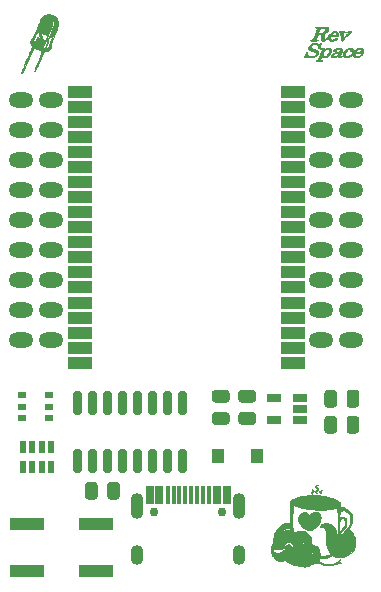
<source format=gbr>
%TF.GenerationSoftware,KiCad,Pcbnew,(5.1.6-0-10_14)*%
%TF.CreationDate,2020-09-06T23:56:44+02:00*%
%TF.ProjectId,USBCWrover,55534243-5772-46f7-9665-722e6b696361,rev?*%
%TF.SameCoordinates,Original*%
%TF.FileFunction,Soldermask,Top*%
%TF.FilePolarity,Negative*%
%FSLAX46Y46*%
G04 Gerber Fmt 4.6, Leading zero omitted, Abs format (unit mm)*
G04 Created by KiCad (PCBNEW (5.1.6-0-10_14)) date 2020-09-06 23:56:44*
%MOMM*%
%LPD*%
G01*
G04 APERTURE LIST*
%ADD10C,0.010000*%
%ADD11R,2.900000X1.100000*%
%ADD12R,2.100000X1.000000*%
%ADD13R,0.500000X1.000000*%
%ADD14R,1.000000X1.300000*%
%ADD15O,2.100000X1.300000*%
%ADD16R,0.700000X1.550000*%
%ADD17R,0.400000X1.550000*%
%ADD18O,1.100000X2.200000*%
%ADD19C,0.750000*%
%ADD20O,1.100000X1.700000*%
%ADD21R,1.160000X0.750000*%
%ADD22R,0.800000X0.610000*%
G04 APERTURE END LIST*
D10*
%TO.C,G\u002A\u002A\u002A*%
G36*
X154213835Y-99525444D02*
G01*
X154287206Y-99530066D01*
X154340332Y-99537882D01*
X154363315Y-99548876D01*
X154363345Y-99551715D01*
X154338781Y-99573165D01*
X154289180Y-99592956D01*
X154276914Y-99596151D01*
X154240384Y-99606843D01*
X154216234Y-99623127D01*
X154203400Y-99651875D01*
X154200818Y-99699962D01*
X154207426Y-99774260D01*
X154222159Y-99881643D01*
X154227314Y-99916667D01*
X154252280Y-100085419D01*
X154437390Y-99875314D01*
X154506210Y-99795254D01*
X154563432Y-99724973D01*
X154603782Y-99671232D01*
X154621982Y-99640789D01*
X154622500Y-99638175D01*
X154604455Y-99613493D01*
X154568662Y-99597627D01*
X154523820Y-99580904D01*
X154518150Y-99564509D01*
X154548503Y-99549804D01*
X154611730Y-99538150D01*
X154704683Y-99530907D01*
X154724754Y-99530164D01*
X154820374Y-99528554D01*
X154880283Y-99531469D01*
X154910932Y-99539646D01*
X154918834Y-99552370D01*
X154900838Y-99577460D01*
X154856502Y-99602912D01*
X154846129Y-99606952D01*
X154790799Y-99639925D01*
X154711709Y-99707247D01*
X154609271Y-99808511D01*
X154483892Y-99943308D01*
X154335984Y-100111232D01*
X154315179Y-100135408D01*
X154234017Y-100225265D01*
X154173221Y-100281579D01*
X154130373Y-100306488D01*
X154119792Y-100308180D01*
X154082640Y-100300666D01*
X154072167Y-100287502D01*
X154069384Y-100259957D01*
X154061726Y-100198442D01*
X154050224Y-100110909D01*
X154035912Y-100005307D01*
X154028846Y-99954127D01*
X154009943Y-99824961D01*
X153993102Y-99731446D01*
X153976011Y-99667125D01*
X153956359Y-99625544D01*
X153931833Y-99600244D01*
X153900122Y-99584772D01*
X153896084Y-99583389D01*
X153885115Y-99562905D01*
X153889752Y-99550875D01*
X153915872Y-99539259D01*
X153971238Y-99530925D01*
X154045953Y-99525856D01*
X154130118Y-99524035D01*
X154213835Y-99525444D01*
G37*
X154213835Y-99525444D02*
X154287206Y-99530066D01*
X154340332Y-99537882D01*
X154363315Y-99548876D01*
X154363345Y-99551715D01*
X154338781Y-99573165D01*
X154289180Y-99592956D01*
X154276914Y-99596151D01*
X154240384Y-99606843D01*
X154216234Y-99623127D01*
X154203400Y-99651875D01*
X154200818Y-99699962D01*
X154207426Y-99774260D01*
X154222159Y-99881643D01*
X154227314Y-99916667D01*
X154252280Y-100085419D01*
X154437390Y-99875314D01*
X154506210Y-99795254D01*
X154563432Y-99724973D01*
X154603782Y-99671232D01*
X154621982Y-99640789D01*
X154622500Y-99638175D01*
X154604455Y-99613493D01*
X154568662Y-99597627D01*
X154523820Y-99580904D01*
X154518150Y-99564509D01*
X154548503Y-99549804D01*
X154611730Y-99538150D01*
X154704683Y-99530907D01*
X154724754Y-99530164D01*
X154820374Y-99528554D01*
X154880283Y-99531469D01*
X154910932Y-99539646D01*
X154918834Y-99552370D01*
X154900838Y-99577460D01*
X154856502Y-99602912D01*
X154846129Y-99606952D01*
X154790799Y-99639925D01*
X154711709Y-99707247D01*
X154609271Y-99808511D01*
X154483892Y-99943308D01*
X154335984Y-100111232D01*
X154315179Y-100135408D01*
X154234017Y-100225265D01*
X154173221Y-100281579D01*
X154130373Y-100306488D01*
X154119792Y-100308180D01*
X154082640Y-100300666D01*
X154072167Y-100287502D01*
X154069384Y-100259957D01*
X154061726Y-100198442D01*
X154050224Y-100110909D01*
X154035912Y-100005307D01*
X154028846Y-99954127D01*
X154009943Y-99824961D01*
X153993102Y-99731446D01*
X153976011Y-99667125D01*
X153956359Y-99625544D01*
X153931833Y-99600244D01*
X153900122Y-99584772D01*
X153896084Y-99583389D01*
X153885115Y-99562905D01*
X153889752Y-99550875D01*
X153915872Y-99539259D01*
X153971238Y-99530925D01*
X154045953Y-99525856D01*
X154130118Y-99524035D01*
X154213835Y-99525444D01*
G36*
X153665079Y-99524341D02*
G01*
X153756447Y-99566876D01*
X153814828Y-99635289D01*
X153838572Y-99727483D01*
X153839044Y-99745479D01*
X153838748Y-99812730D01*
X153834373Y-99861044D01*
X153819919Y-99893544D01*
X153789383Y-99913355D01*
X153736764Y-99923597D01*
X153656060Y-99927396D01*
X153541271Y-99927873D01*
X153488610Y-99927833D01*
X153163990Y-99927833D01*
X153143037Y-100003718D01*
X153134153Y-100090982D01*
X153157448Y-100161006D01*
X153201929Y-100201713D01*
X153282056Y-100223115D01*
X153380364Y-100217382D01*
X153485219Y-100187434D01*
X153584989Y-100136190D01*
X153643822Y-100090824D01*
X153681976Y-100062723D01*
X153708311Y-100065357D01*
X153717905Y-100073626D01*
X153728638Y-100097005D01*
X153710942Y-100125946D01*
X153680584Y-100153611D01*
X153570541Y-100226802D01*
X153442912Y-100281228D01*
X153310550Y-100313267D01*
X153186307Y-100319295D01*
X153125489Y-100310063D01*
X153023183Y-100267405D01*
X152952988Y-100200541D01*
X152917732Y-100114266D01*
X152920245Y-100013379D01*
X152929689Y-99978172D01*
X152991753Y-99845482D01*
X152994150Y-99842397D01*
X153204334Y-99842397D01*
X153223472Y-99855443D01*
X153273748Y-99862639D01*
X153344448Y-99864527D01*
X153424861Y-99861647D01*
X153504276Y-99854541D01*
X153571980Y-99843749D01*
X153617263Y-99829812D01*
X153628758Y-99820959D01*
X153644212Y-99772401D01*
X153647638Y-99708262D01*
X153639542Y-99648226D01*
X153623434Y-99614566D01*
X153576911Y-99593734D01*
X153508593Y-99591250D01*
X153434339Y-99606116D01*
X153381410Y-99629777D01*
X153327910Y-99671229D01*
X153274230Y-99726519D01*
X153230350Y-99783663D01*
X153206249Y-99830679D01*
X153204334Y-99842397D01*
X152994150Y-99842397D01*
X153082379Y-99728863D01*
X153194427Y-99632720D01*
X153320755Y-99561461D01*
X153454224Y-99519493D01*
X153587692Y-99511222D01*
X153665079Y-99524341D01*
G37*
X153665079Y-99524341D02*
X153756447Y-99566876D01*
X153814828Y-99635289D01*
X153838572Y-99727483D01*
X153839044Y-99745479D01*
X153838748Y-99812730D01*
X153834373Y-99861044D01*
X153819919Y-99893544D01*
X153789383Y-99913355D01*
X153736764Y-99923597D01*
X153656060Y-99927396D01*
X153541271Y-99927873D01*
X153488610Y-99927833D01*
X153163990Y-99927833D01*
X153143037Y-100003718D01*
X153134153Y-100090982D01*
X153157448Y-100161006D01*
X153201929Y-100201713D01*
X153282056Y-100223115D01*
X153380364Y-100217382D01*
X153485219Y-100187434D01*
X153584989Y-100136190D01*
X153643822Y-100090824D01*
X153681976Y-100062723D01*
X153708311Y-100065357D01*
X153717905Y-100073626D01*
X153728638Y-100097005D01*
X153710942Y-100125946D01*
X153680584Y-100153611D01*
X153570541Y-100226802D01*
X153442912Y-100281228D01*
X153310550Y-100313267D01*
X153186307Y-100319295D01*
X153125489Y-100310063D01*
X153023183Y-100267405D01*
X152952988Y-100200541D01*
X152917732Y-100114266D01*
X152920245Y-100013379D01*
X152929689Y-99978172D01*
X152991753Y-99845482D01*
X152994150Y-99842397D01*
X153204334Y-99842397D01*
X153223472Y-99855443D01*
X153273748Y-99862639D01*
X153344448Y-99864527D01*
X153424861Y-99861647D01*
X153504276Y-99854541D01*
X153571980Y-99843749D01*
X153617263Y-99829812D01*
X153628758Y-99820959D01*
X153644212Y-99772401D01*
X153647638Y-99708262D01*
X153639542Y-99648226D01*
X153623434Y-99614566D01*
X153576911Y-99593734D01*
X153508593Y-99591250D01*
X153434339Y-99606116D01*
X153381410Y-99629777D01*
X153327910Y-99671229D01*
X153274230Y-99726519D01*
X153230350Y-99783663D01*
X153206249Y-99830679D01*
X153204334Y-99842397D01*
X152994150Y-99842397D01*
X153082379Y-99728863D01*
X153194427Y-99632720D01*
X153320755Y-99561461D01*
X153454224Y-99519493D01*
X153587692Y-99511222D01*
X153665079Y-99524341D01*
G36*
X152562108Y-99126745D02*
G01*
X152672978Y-99131482D01*
X152758346Y-99140421D01*
X152823797Y-99154119D01*
X152874917Y-99173131D01*
X152912077Y-99194425D01*
X152970744Y-99253681D01*
X152993376Y-99323299D01*
X152983441Y-99398420D01*
X152944409Y-99474188D01*
X152879748Y-99545744D01*
X152792926Y-99608233D01*
X152687412Y-99656796D01*
X152566675Y-99686577D01*
X152559959Y-99687532D01*
X152462082Y-99700948D01*
X152526819Y-99740317D01*
X152580390Y-99784046D01*
X152611437Y-99841212D01*
X152622858Y-99920824D01*
X152618257Y-100024541D01*
X152613092Y-100106976D01*
X152617153Y-100156249D01*
X152631256Y-100180686D01*
X152633734Y-100182389D01*
X152678337Y-100187683D01*
X152726608Y-100157718D01*
X152770088Y-100097794D01*
X152770741Y-100096539D01*
X152800713Y-100059432D01*
X152838480Y-100035896D01*
X152871376Y-100030828D01*
X152886741Y-100049123D01*
X152886834Y-100051657D01*
X152871364Y-100092732D01*
X152831575Y-100147905D01*
X152777391Y-100206390D01*
X152718741Y-100257399D01*
X152668569Y-100288821D01*
X152585355Y-100319624D01*
X152516123Y-100325275D01*
X152441853Y-100307134D01*
X152436999Y-100305384D01*
X152390573Y-100275520D01*
X152366265Y-100224465D01*
X152362874Y-100146606D01*
X152379204Y-100036329D01*
X152379386Y-100035426D01*
X152397242Y-99936859D01*
X152402913Y-99869575D01*
X152395517Y-99824061D01*
X152374173Y-99790803D01*
X152355107Y-99773423D01*
X152310572Y-99749475D01*
X152247616Y-99740604D01*
X152190386Y-99741673D01*
X152072478Y-99747916D01*
X151989026Y-99966571D01*
X151950558Y-100070910D01*
X151929646Y-100142421D01*
X151927409Y-100187288D01*
X151944969Y-100211695D01*
X151983445Y-100221825D01*
X152035620Y-100223842D01*
X152081409Y-100226776D01*
X152093357Y-100240068D01*
X152082500Y-100266500D01*
X152071039Y-100282820D01*
X152052507Y-100294316D01*
X152020156Y-100301827D01*
X151967238Y-100306189D01*
X151887006Y-100308241D01*
X151772713Y-100308820D01*
X151741537Y-100308833D01*
X151619093Y-100308466D01*
X151532925Y-100306887D01*
X151476979Y-100303374D01*
X151445200Y-100297207D01*
X151431535Y-100287665D01*
X151429930Y-100274027D01*
X151430315Y-100271791D01*
X151449388Y-100245422D01*
X151499249Y-100228839D01*
X151537604Y-100223204D01*
X151601158Y-100212350D01*
X151647072Y-100198118D01*
X151657878Y-100191454D01*
X151672832Y-100164770D01*
X151699168Y-100106098D01*
X151734331Y-100022106D01*
X151775762Y-99919461D01*
X151820905Y-99804833D01*
X151867202Y-99684887D01*
X151888411Y-99628862D01*
X152125576Y-99628862D01*
X152144126Y-99644362D01*
X152194089Y-99651958D01*
X152265430Y-99652354D01*
X152348113Y-99646252D01*
X152432103Y-99634357D01*
X152507362Y-99617370D01*
X152558939Y-99598505D01*
X152646789Y-99536008D01*
X152708759Y-99451997D01*
X152737519Y-99357234D01*
X152738667Y-99334604D01*
X152733213Y-99278475D01*
X152710384Y-99247114D01*
X152679048Y-99230941D01*
X152627235Y-99219313D01*
X152547969Y-99212717D01*
X152455958Y-99212346D01*
X152451678Y-99212498D01*
X152283926Y-99218750D01*
X152205123Y-99409250D01*
X152171112Y-99494146D01*
X152144312Y-99566132D01*
X152128386Y-99615095D01*
X152125576Y-99628862D01*
X151888411Y-99628862D01*
X151912097Y-99566294D01*
X151953032Y-99455721D01*
X151987451Y-99359835D01*
X152012795Y-99285306D01*
X152026509Y-99238800D01*
X152027887Y-99226588D01*
X152001351Y-99214924D01*
X151949285Y-99208562D01*
X151931532Y-99208166D01*
X151876772Y-99204853D01*
X151854482Y-99191884D01*
X151853678Y-99171124D01*
X151859810Y-99157798D01*
X151876193Y-99147864D01*
X151908592Y-99140677D01*
X151962770Y-99135590D01*
X152044492Y-99131959D01*
X152159522Y-99129136D01*
X152241522Y-99127652D01*
X152420151Y-99125654D01*
X152562108Y-99126745D01*
G37*
X152562108Y-99126745D02*
X152672978Y-99131482D01*
X152758346Y-99140421D01*
X152823797Y-99154119D01*
X152874917Y-99173131D01*
X152912077Y-99194425D01*
X152970744Y-99253681D01*
X152993376Y-99323299D01*
X152983441Y-99398420D01*
X152944409Y-99474188D01*
X152879748Y-99545744D01*
X152792926Y-99608233D01*
X152687412Y-99656796D01*
X152566675Y-99686577D01*
X152559959Y-99687532D01*
X152462082Y-99700948D01*
X152526819Y-99740317D01*
X152580390Y-99784046D01*
X152611437Y-99841212D01*
X152622858Y-99920824D01*
X152618257Y-100024541D01*
X152613092Y-100106976D01*
X152617153Y-100156249D01*
X152631256Y-100180686D01*
X152633734Y-100182389D01*
X152678337Y-100187683D01*
X152726608Y-100157718D01*
X152770088Y-100097794D01*
X152770741Y-100096539D01*
X152800713Y-100059432D01*
X152838480Y-100035896D01*
X152871376Y-100030828D01*
X152886741Y-100049123D01*
X152886834Y-100051657D01*
X152871364Y-100092732D01*
X152831575Y-100147905D01*
X152777391Y-100206390D01*
X152718741Y-100257399D01*
X152668569Y-100288821D01*
X152585355Y-100319624D01*
X152516123Y-100325275D01*
X152441853Y-100307134D01*
X152436999Y-100305384D01*
X152390573Y-100275520D01*
X152366265Y-100224465D01*
X152362874Y-100146606D01*
X152379204Y-100036329D01*
X152379386Y-100035426D01*
X152397242Y-99936859D01*
X152402913Y-99869575D01*
X152395517Y-99824061D01*
X152374173Y-99790803D01*
X152355107Y-99773423D01*
X152310572Y-99749475D01*
X152247616Y-99740604D01*
X152190386Y-99741673D01*
X152072478Y-99747916D01*
X151989026Y-99966571D01*
X151950558Y-100070910D01*
X151929646Y-100142421D01*
X151927409Y-100187288D01*
X151944969Y-100211695D01*
X151983445Y-100221825D01*
X152035620Y-100223842D01*
X152081409Y-100226776D01*
X152093357Y-100240068D01*
X152082500Y-100266500D01*
X152071039Y-100282820D01*
X152052507Y-100294316D01*
X152020156Y-100301827D01*
X151967238Y-100306189D01*
X151887006Y-100308241D01*
X151772713Y-100308820D01*
X151741537Y-100308833D01*
X151619093Y-100308466D01*
X151532925Y-100306887D01*
X151476979Y-100303374D01*
X151445200Y-100297207D01*
X151431535Y-100287665D01*
X151429930Y-100274027D01*
X151430315Y-100271791D01*
X151449388Y-100245422D01*
X151499249Y-100228839D01*
X151537604Y-100223204D01*
X151601158Y-100212350D01*
X151647072Y-100198118D01*
X151657878Y-100191454D01*
X151672832Y-100164770D01*
X151699168Y-100106098D01*
X151734331Y-100022106D01*
X151775762Y-99919461D01*
X151820905Y-99804833D01*
X151867202Y-99684887D01*
X151888411Y-99628862D01*
X152125576Y-99628862D01*
X152144126Y-99644362D01*
X152194089Y-99651958D01*
X152265430Y-99652354D01*
X152348113Y-99646252D01*
X152432103Y-99634357D01*
X152507362Y-99617370D01*
X152558939Y-99598505D01*
X152646789Y-99536008D01*
X152708759Y-99451997D01*
X152737519Y-99357234D01*
X152738667Y-99334604D01*
X152733213Y-99278475D01*
X152710384Y-99247114D01*
X152679048Y-99230941D01*
X152627235Y-99219313D01*
X152547969Y-99212717D01*
X152455958Y-99212346D01*
X152451678Y-99212498D01*
X152283926Y-99218750D01*
X152205123Y-99409250D01*
X152171112Y-99494146D01*
X152144312Y-99566132D01*
X152128386Y-99615095D01*
X152125576Y-99628862D01*
X151888411Y-99628862D01*
X151912097Y-99566294D01*
X151953032Y-99455721D01*
X151987451Y-99359835D01*
X152012795Y-99285306D01*
X152026509Y-99238800D01*
X152027887Y-99226588D01*
X152001351Y-99214924D01*
X151949285Y-99208562D01*
X151931532Y-99208166D01*
X151876772Y-99204853D01*
X151854482Y-99191884D01*
X151853678Y-99171124D01*
X151859810Y-99157798D01*
X151876193Y-99147864D01*
X151908592Y-99140677D01*
X151962770Y-99135590D01*
X152044492Y-99131959D01*
X152159522Y-99129136D01*
X152241522Y-99127652D01*
X152420151Y-99125654D01*
X152562108Y-99126745D01*
G36*
X155732084Y-100931136D02*
G01*
X155777680Y-100949924D01*
X155807834Y-100968950D01*
X155875301Y-101038751D01*
X155908610Y-101130000D01*
X155905785Y-101236639D01*
X155901525Y-101256041D01*
X155881917Y-101335416D01*
X155554586Y-101346000D01*
X155227254Y-101356583D01*
X155209110Y-101420083D01*
X155201001Y-101503793D01*
X155225791Y-101568579D01*
X155277745Y-101612829D01*
X155351131Y-101634931D01*
X155440216Y-101633273D01*
X155539266Y-101606245D01*
X155642549Y-101552234D01*
X155653359Y-101544964D01*
X155721328Y-101503909D01*
X155769697Y-101485346D01*
X155794048Y-101488775D01*
X155789965Y-101513695D01*
X155755952Y-101556586D01*
X155643031Y-101644106D01*
X155503548Y-101699069D01*
X155342167Y-101720981D01*
X155233354Y-101720050D01*
X155155949Y-101707581D01*
X155117812Y-101692664D01*
X155038184Y-101631459D01*
X154995004Y-101550235D01*
X154988910Y-101451545D01*
X155020535Y-101337941D01*
X155026258Y-101324833D01*
X155080382Y-101237067D01*
X155278667Y-101237067D01*
X155278667Y-101237142D01*
X155297680Y-101250029D01*
X155355665Y-101258004D01*
X155454037Y-101261240D01*
X155479005Y-101261333D01*
X155574107Y-101260374D01*
X155635632Y-101256426D01*
X155672314Y-101247878D01*
X155692887Y-101233124D01*
X155701255Y-101220391D01*
X155719605Y-101160298D01*
X155720764Y-101094315D01*
X155705099Y-101042156D01*
X155697767Y-101032733D01*
X155662124Y-101017111D01*
X155602913Y-101008159D01*
X155578326Y-101007333D01*
X155524053Y-101010594D01*
X155481194Y-101025072D01*
X155436266Y-101057808D01*
X155381476Y-101110142D01*
X155329777Y-101165145D01*
X155292857Y-101210727D01*
X155278667Y-101237067D01*
X155080382Y-101237067D01*
X155109203Y-101190332D01*
X155223001Y-101077557D01*
X155359329Y-100992303D01*
X155509864Y-100940364D01*
X155596167Y-100928066D01*
X155676970Y-100924891D01*
X155732084Y-100931136D01*
G37*
X155732084Y-100931136D02*
X155777680Y-100949924D01*
X155807834Y-100968950D01*
X155875301Y-101038751D01*
X155908610Y-101130000D01*
X155905785Y-101236639D01*
X155901525Y-101256041D01*
X155881917Y-101335416D01*
X155554586Y-101346000D01*
X155227254Y-101356583D01*
X155209110Y-101420083D01*
X155201001Y-101503793D01*
X155225791Y-101568579D01*
X155277745Y-101612829D01*
X155351131Y-101634931D01*
X155440216Y-101633273D01*
X155539266Y-101606245D01*
X155642549Y-101552234D01*
X155653359Y-101544964D01*
X155721328Y-101503909D01*
X155769697Y-101485346D01*
X155794048Y-101488775D01*
X155789965Y-101513695D01*
X155755952Y-101556586D01*
X155643031Y-101644106D01*
X155503548Y-101699069D01*
X155342167Y-101720981D01*
X155233354Y-101720050D01*
X155155949Y-101707581D01*
X155117812Y-101692664D01*
X155038184Y-101631459D01*
X154995004Y-101550235D01*
X154988910Y-101451545D01*
X155020535Y-101337941D01*
X155026258Y-101324833D01*
X155080382Y-101237067D01*
X155278667Y-101237067D01*
X155278667Y-101237142D01*
X155297680Y-101250029D01*
X155355665Y-101258004D01*
X155454037Y-101261240D01*
X155479005Y-101261333D01*
X155574107Y-101260374D01*
X155635632Y-101256426D01*
X155672314Y-101247878D01*
X155692887Y-101233124D01*
X155701255Y-101220391D01*
X155719605Y-101160298D01*
X155720764Y-101094315D01*
X155705099Y-101042156D01*
X155697767Y-101032733D01*
X155662124Y-101017111D01*
X155602913Y-101008159D01*
X155578326Y-101007333D01*
X155524053Y-101010594D01*
X155481194Y-101025072D01*
X155436266Y-101057808D01*
X155381476Y-101110142D01*
X155329777Y-101165145D01*
X155292857Y-101210727D01*
X155278667Y-101237067D01*
X155080382Y-101237067D01*
X155109203Y-101190332D01*
X155223001Y-101077557D01*
X155359329Y-100992303D01*
X155509864Y-100940364D01*
X155596167Y-100928066D01*
X155676970Y-100924891D01*
X155732084Y-100931136D01*
G36*
X154953807Y-100945129D02*
G01*
X155021019Y-100981873D01*
X155059995Y-101036337D01*
X155067000Y-101077727D01*
X155048245Y-101137002D01*
X155000726Y-101187517D01*
X154937566Y-101221257D01*
X154871889Y-101230208D01*
X154834966Y-101219427D01*
X154798074Y-101186716D01*
X154800220Y-101146431D01*
X154841666Y-101094914D01*
X154844098Y-101092612D01*
X154876347Y-101054822D01*
X154886022Y-101027413D01*
X154885182Y-101025423D01*
X154854899Y-101010987D01*
X154799770Y-101008022D01*
X154735449Y-101015674D01*
X154677588Y-101033090D01*
X154669074Y-101037193D01*
X154589115Y-101094560D01*
X154519998Y-101173012D01*
X154465007Y-101264174D01*
X154427431Y-101359670D01*
X154410556Y-101451125D01*
X154417669Y-101530163D01*
X154452057Y-101588408D01*
X154452580Y-101588885D01*
X154512691Y-101617080D01*
X154593126Y-101619638D01*
X154681928Y-101598312D01*
X154767140Y-101554853D01*
X154787679Y-101539790D01*
X154856126Y-101491205D01*
X154898955Y-101474665D01*
X154917683Y-101489725D01*
X154918834Y-101501207D01*
X154902065Y-101532392D01*
X154858606Y-101575964D01*
X154798728Y-101623673D01*
X154732701Y-101667265D01*
X154675883Y-101696419D01*
X154607926Y-101714063D01*
X154518878Y-101723543D01*
X154426200Y-101724346D01*
X154347355Y-101715960D01*
X154315584Y-101706989D01*
X154241690Y-101657562D01*
X154198372Y-101586602D01*
X154183828Y-101499846D01*
X154196256Y-101403035D01*
X154233854Y-101301909D01*
X154294822Y-101202206D01*
X154377356Y-101109666D01*
X154479655Y-101030028D01*
X154538672Y-100996325D01*
X154650793Y-100951704D01*
X154761892Y-100928997D01*
X154865164Y-100927155D01*
X154953807Y-100945129D01*
G37*
X154953807Y-100945129D02*
X155021019Y-100981873D01*
X155059995Y-101036337D01*
X155067000Y-101077727D01*
X155048245Y-101137002D01*
X155000726Y-101187517D01*
X154937566Y-101221257D01*
X154871889Y-101230208D01*
X154834966Y-101219427D01*
X154798074Y-101186716D01*
X154800220Y-101146431D01*
X154841666Y-101094914D01*
X154844098Y-101092612D01*
X154876347Y-101054822D01*
X154886022Y-101027413D01*
X154885182Y-101025423D01*
X154854899Y-101010987D01*
X154799770Y-101008022D01*
X154735449Y-101015674D01*
X154677588Y-101033090D01*
X154669074Y-101037193D01*
X154589115Y-101094560D01*
X154519998Y-101173012D01*
X154465007Y-101264174D01*
X154427431Y-101359670D01*
X154410556Y-101451125D01*
X154417669Y-101530163D01*
X154452057Y-101588408D01*
X154452580Y-101588885D01*
X154512691Y-101617080D01*
X154593126Y-101619638D01*
X154681928Y-101598312D01*
X154767140Y-101554853D01*
X154787679Y-101539790D01*
X154856126Y-101491205D01*
X154898955Y-101474665D01*
X154917683Y-101489725D01*
X154918834Y-101501207D01*
X154902065Y-101532392D01*
X154858606Y-101575964D01*
X154798728Y-101623673D01*
X154732701Y-101667265D01*
X154675883Y-101696419D01*
X154607926Y-101714063D01*
X154518878Y-101723543D01*
X154426200Y-101724346D01*
X154347355Y-101715960D01*
X154315584Y-101706989D01*
X154241690Y-101657562D01*
X154198372Y-101586602D01*
X154183828Y-101499846D01*
X154196256Y-101403035D01*
X154233854Y-101301909D01*
X154294822Y-101202206D01*
X154377356Y-101109666D01*
X154479655Y-101030028D01*
X154538672Y-100996325D01*
X154650793Y-100951704D01*
X154761892Y-100928997D01*
X154865164Y-100927155D01*
X154953807Y-100945129D01*
G36*
X153976401Y-100939487D02*
G01*
X154065968Y-100958300D01*
X154122372Y-100992000D01*
X154149364Y-101042157D01*
X154152264Y-101060397D01*
X154146990Y-101108480D01*
X154127264Y-101185237D01*
X154095899Y-101280689D01*
X154072889Y-101342200D01*
X154029953Y-101453816D01*
X154002845Y-101531758D01*
X153991336Y-101581524D01*
X153995199Y-101608612D01*
X154014206Y-101618517D01*
X154048128Y-101616739D01*
X154061584Y-101614683D01*
X154116656Y-101612156D01*
X154133314Y-101626806D01*
X154110524Y-101655987D01*
X154084989Y-101674562D01*
X154016274Y-101706320D01*
X153942548Y-101720032D01*
X153874460Y-101716528D01*
X153822661Y-101696635D01*
X153797802Y-101661182D01*
X153797000Y-101652171D01*
X153796166Y-101632249D01*
X153787899Y-101624516D01*
X153763557Y-101630289D01*
X153714495Y-101650888D01*
X153667266Y-101671951D01*
X153528874Y-101719095D01*
X153395474Y-101736999D01*
X153290034Y-101726865D01*
X153211793Y-101694249D01*
X153171714Y-101643602D01*
X153170278Y-101576187D01*
X153177739Y-101559198D01*
X153387308Y-101559198D01*
X153401915Y-101603373D01*
X153444964Y-101632100D01*
X153511852Y-101641116D01*
X153597976Y-101626157D01*
X153643447Y-101609776D01*
X153705420Y-101578924D01*
X153756001Y-101545619D01*
X153761436Y-101540984D01*
X153792390Y-101503831D01*
X153828223Y-101448753D01*
X153860167Y-101390890D01*
X153879451Y-101345385D01*
X153881667Y-101333382D01*
X153862853Y-101327470D01*
X153813709Y-101329598D01*
X153745182Y-101338411D01*
X153668220Y-101352551D01*
X153604354Y-101367744D01*
X153532097Y-101396911D01*
X153465708Y-101438376D01*
X153461830Y-101441555D01*
X153405746Y-101503837D01*
X153387308Y-101559198D01*
X153177739Y-101559198D01*
X153203649Y-101500201D01*
X153265284Y-101434684D01*
X153364441Y-101374943D01*
X153496493Y-101322836D01*
X153656810Y-101280225D01*
X153822976Y-101251321D01*
X153884555Y-101240360D01*
X153918270Y-101221757D01*
X153938426Y-101184186D01*
X153948803Y-101151711D01*
X153963088Y-101095358D01*
X153960582Y-101063263D01*
X153939398Y-101040062D01*
X153934657Y-101036519D01*
X153881517Y-101016288D01*
X153805294Y-101008203D01*
X153723618Y-101012814D01*
X153660795Y-101027976D01*
X153619515Y-101055551D01*
X153606626Y-101104103D01*
X153606500Y-101112154D01*
X153589879Y-101170689D01*
X153548051Y-101213341D01*
X153493067Y-101235563D01*
X153436976Y-101232804D01*
X153391831Y-101200518D01*
X153387869Y-101194679D01*
X153381121Y-101147679D01*
X153410858Y-101094396D01*
X153472786Y-101039914D01*
X153560668Y-100990208D01*
X153638137Y-100958992D01*
X153712671Y-100941698D01*
X153802840Y-100934717D01*
X153849917Y-100933992D01*
X153976401Y-100939487D01*
G37*
X153976401Y-100939487D02*
X154065968Y-100958300D01*
X154122372Y-100992000D01*
X154149364Y-101042157D01*
X154152264Y-101060397D01*
X154146990Y-101108480D01*
X154127264Y-101185237D01*
X154095899Y-101280689D01*
X154072889Y-101342200D01*
X154029953Y-101453816D01*
X154002845Y-101531758D01*
X153991336Y-101581524D01*
X153995199Y-101608612D01*
X154014206Y-101618517D01*
X154048128Y-101616739D01*
X154061584Y-101614683D01*
X154116656Y-101612156D01*
X154133314Y-101626806D01*
X154110524Y-101655987D01*
X154084989Y-101674562D01*
X154016274Y-101706320D01*
X153942548Y-101720032D01*
X153874460Y-101716528D01*
X153822661Y-101696635D01*
X153797802Y-101661182D01*
X153797000Y-101652171D01*
X153796166Y-101632249D01*
X153787899Y-101624516D01*
X153763557Y-101630289D01*
X153714495Y-101650888D01*
X153667266Y-101671951D01*
X153528874Y-101719095D01*
X153395474Y-101736999D01*
X153290034Y-101726865D01*
X153211793Y-101694249D01*
X153171714Y-101643602D01*
X153170278Y-101576187D01*
X153177739Y-101559198D01*
X153387308Y-101559198D01*
X153401915Y-101603373D01*
X153444964Y-101632100D01*
X153511852Y-101641116D01*
X153597976Y-101626157D01*
X153643447Y-101609776D01*
X153705420Y-101578924D01*
X153756001Y-101545619D01*
X153761436Y-101540984D01*
X153792390Y-101503831D01*
X153828223Y-101448753D01*
X153860167Y-101390890D01*
X153879451Y-101345385D01*
X153881667Y-101333382D01*
X153862853Y-101327470D01*
X153813709Y-101329598D01*
X153745182Y-101338411D01*
X153668220Y-101352551D01*
X153604354Y-101367744D01*
X153532097Y-101396911D01*
X153465708Y-101438376D01*
X153461830Y-101441555D01*
X153405746Y-101503837D01*
X153387308Y-101559198D01*
X153177739Y-101559198D01*
X153203649Y-101500201D01*
X153265284Y-101434684D01*
X153364441Y-101374943D01*
X153496493Y-101322836D01*
X153656810Y-101280225D01*
X153822976Y-101251321D01*
X153884555Y-101240360D01*
X153918270Y-101221757D01*
X153938426Y-101184186D01*
X153948803Y-101151711D01*
X153963088Y-101095358D01*
X153960582Y-101063263D01*
X153939398Y-101040062D01*
X153934657Y-101036519D01*
X153881517Y-101016288D01*
X153805294Y-101008203D01*
X153723618Y-101012814D01*
X153660795Y-101027976D01*
X153619515Y-101055551D01*
X153606626Y-101104103D01*
X153606500Y-101112154D01*
X153589879Y-101170689D01*
X153548051Y-101213341D01*
X153493067Y-101235563D01*
X153436976Y-101232804D01*
X153391831Y-101200518D01*
X153387869Y-101194679D01*
X153381121Y-101147679D01*
X153410858Y-101094396D01*
X153472786Y-101039914D01*
X153560668Y-100990208D01*
X153638137Y-100958992D01*
X153712671Y-100941698D01*
X153802840Y-100934717D01*
X153849917Y-100933992D01*
X153976401Y-100939487D01*
G36*
X152355223Y-100526381D02*
G01*
X152357667Y-100535288D01*
X152351446Y-100560417D01*
X152334651Y-100616554D01*
X152310085Y-100694542D01*
X152289388Y-100758384D01*
X152257244Y-100853116D01*
X152233060Y-100913859D01*
X152213149Y-100947325D01*
X152193821Y-100960224D01*
X152178263Y-100960554D01*
X152149283Y-100946769D01*
X152132190Y-100908967D01*
X152123862Y-100859166D01*
X152102215Y-100757334D01*
X152063170Y-100687733D01*
X152001645Y-100642092D01*
X151986226Y-100635124D01*
X151882926Y-100607870D01*
X151776138Y-100606573D01*
X151673932Y-100628004D01*
X151584380Y-100668934D01*
X151515550Y-100726133D01*
X151475515Y-100796371D01*
X151468667Y-100842221D01*
X151475037Y-100881637D01*
X151497909Y-100914088D01*
X151542923Y-100942677D01*
X151615721Y-100970506D01*
X151721944Y-101000677D01*
X151786167Y-101016831D01*
X151883555Y-101043080D01*
X151970291Y-101070754D01*
X152035026Y-101095999D01*
X152061334Y-101110278D01*
X152120209Y-101176173D01*
X152144028Y-101256479D01*
X152134999Y-101345523D01*
X152095331Y-101437634D01*
X152027235Y-101527137D01*
X151932919Y-101608361D01*
X151847256Y-101659948D01*
X151758960Y-101700543D01*
X151679145Y-101724307D01*
X151586718Y-101736745D01*
X151541278Y-101739793D01*
X151412781Y-101740720D01*
X151317563Y-101726777D01*
X151291392Y-101718470D01*
X151233823Y-101693672D01*
X151192595Y-101670082D01*
X151186617Y-101665083D01*
X151139203Y-101643446D01*
X151085578Y-101659220D01*
X151055917Y-101684666D01*
X151008710Y-101717112D01*
X150967970Y-101727000D01*
X150933670Y-101725931D01*
X150921599Y-101715492D01*
X150929173Y-101684835D01*
X150947172Y-101639626D01*
X150969054Y-101584053D01*
X150999379Y-101505286D01*
X151031806Y-101419797D01*
X151033689Y-101414791D01*
X151067585Y-101331919D01*
X151095159Y-101283539D01*
X151120581Y-101263132D01*
X151131851Y-101261333D01*
X151158220Y-101268922D01*
X151170016Y-101298858D01*
X151172334Y-101348092D01*
X151189393Y-101464802D01*
X151239200Y-101555790D01*
X151319699Y-101619435D01*
X151428832Y-101654112D01*
X151564543Y-101658201D01*
X151565319Y-101658139D01*
X151697852Y-101632926D01*
X151809893Y-101582478D01*
X151893424Y-101510848D01*
X151914213Y-101481891D01*
X151948018Y-101415668D01*
X151956088Y-101362400D01*
X151935225Y-101318813D01*
X151882227Y-101281635D01*
X151793896Y-101247592D01*
X151667031Y-101213411D01*
X151647122Y-101208689D01*
X151499590Y-101170114D01*
X151390667Y-101131087D01*
X151316718Y-101088433D01*
X151274108Y-101038979D01*
X151259201Y-100979552D01*
X151268361Y-100906979D01*
X151274793Y-100883707D01*
X151331065Y-100767796D01*
X151421578Y-100670518D01*
X151541063Y-100595296D01*
X151684253Y-100545557D01*
X151825565Y-100525593D01*
X151914761Y-100522715D01*
X151977666Y-100527549D01*
X152030018Y-100542726D01*
X152083633Y-100568756D01*
X152180015Y-100620719D01*
X152238271Y-100570609D01*
X152287756Y-100536386D01*
X152330422Y-100520554D01*
X152355223Y-100526381D01*
G37*
X152355223Y-100526381D02*
X152357667Y-100535288D01*
X152351446Y-100560417D01*
X152334651Y-100616554D01*
X152310085Y-100694542D01*
X152289388Y-100758384D01*
X152257244Y-100853116D01*
X152233060Y-100913859D01*
X152213149Y-100947325D01*
X152193821Y-100960224D01*
X152178263Y-100960554D01*
X152149283Y-100946769D01*
X152132190Y-100908967D01*
X152123862Y-100859166D01*
X152102215Y-100757334D01*
X152063170Y-100687733D01*
X152001645Y-100642092D01*
X151986226Y-100635124D01*
X151882926Y-100607870D01*
X151776138Y-100606573D01*
X151673932Y-100628004D01*
X151584380Y-100668934D01*
X151515550Y-100726133D01*
X151475515Y-100796371D01*
X151468667Y-100842221D01*
X151475037Y-100881637D01*
X151497909Y-100914088D01*
X151542923Y-100942677D01*
X151615721Y-100970506D01*
X151721944Y-101000677D01*
X151786167Y-101016831D01*
X151883555Y-101043080D01*
X151970291Y-101070754D01*
X152035026Y-101095999D01*
X152061334Y-101110278D01*
X152120209Y-101176173D01*
X152144028Y-101256479D01*
X152134999Y-101345523D01*
X152095331Y-101437634D01*
X152027235Y-101527137D01*
X151932919Y-101608361D01*
X151847256Y-101659948D01*
X151758960Y-101700543D01*
X151679145Y-101724307D01*
X151586718Y-101736745D01*
X151541278Y-101739793D01*
X151412781Y-101740720D01*
X151317563Y-101726777D01*
X151291392Y-101718470D01*
X151233823Y-101693672D01*
X151192595Y-101670082D01*
X151186617Y-101665083D01*
X151139203Y-101643446D01*
X151085578Y-101659220D01*
X151055917Y-101684666D01*
X151008710Y-101717112D01*
X150967970Y-101727000D01*
X150933670Y-101725931D01*
X150921599Y-101715492D01*
X150929173Y-101684835D01*
X150947172Y-101639626D01*
X150969054Y-101584053D01*
X150999379Y-101505286D01*
X151031806Y-101419797D01*
X151033689Y-101414791D01*
X151067585Y-101331919D01*
X151095159Y-101283539D01*
X151120581Y-101263132D01*
X151131851Y-101261333D01*
X151158220Y-101268922D01*
X151170016Y-101298858D01*
X151172334Y-101348092D01*
X151189393Y-101464802D01*
X151239200Y-101555790D01*
X151319699Y-101619435D01*
X151428832Y-101654112D01*
X151564543Y-101658201D01*
X151565319Y-101658139D01*
X151697852Y-101632926D01*
X151809893Y-101582478D01*
X151893424Y-101510848D01*
X151914213Y-101481891D01*
X151948018Y-101415668D01*
X151956088Y-101362400D01*
X151935225Y-101318813D01*
X151882227Y-101281635D01*
X151793896Y-101247592D01*
X151667031Y-101213411D01*
X151647122Y-101208689D01*
X151499590Y-101170114D01*
X151390667Y-101131087D01*
X151316718Y-101088433D01*
X151274108Y-101038979D01*
X151259201Y-100979552D01*
X151268361Y-100906979D01*
X151274793Y-100883707D01*
X151331065Y-100767796D01*
X151421578Y-100670518D01*
X151541063Y-100595296D01*
X151684253Y-100545557D01*
X151825565Y-100525593D01*
X151914761Y-100522715D01*
X151977666Y-100527549D01*
X152030018Y-100542726D01*
X152083633Y-100568756D01*
X152180015Y-100620719D01*
X152238271Y-100570609D01*
X152287756Y-100536386D01*
X152330422Y-100520554D01*
X152355223Y-100526381D01*
G36*
X153004473Y-100932082D02*
G01*
X153100083Y-100965544D01*
X153164980Y-101020860D01*
X153201396Y-101093302D01*
X153211560Y-101178138D01*
X153197706Y-101270640D01*
X153162064Y-101366075D01*
X153106865Y-101459715D01*
X153034341Y-101546829D01*
X152946722Y-101622687D01*
X152846241Y-101682558D01*
X152735128Y-101721713D01*
X152625556Y-101735371D01*
X152552074Y-101734039D01*
X152505844Y-101724115D01*
X152471963Y-101700848D01*
X152452950Y-101680364D01*
X152404039Y-101623501D01*
X152349103Y-101771711D01*
X152315920Y-101864496D01*
X152299251Y-101924926D01*
X152299703Y-101959880D01*
X152317885Y-101976234D01*
X152354403Y-101980866D01*
X152367586Y-101981000D01*
X152416621Y-101985231D01*
X152431501Y-102000540D01*
X152428821Y-102012750D01*
X152416178Y-102026445D01*
X152386261Y-102035701D01*
X152332477Y-102041280D01*
X152248232Y-102043948D01*
X152154983Y-102044500D01*
X152044974Y-102043852D01*
X151971112Y-102041387D01*
X151927224Y-102036318D01*
X151907137Y-102027860D01*
X151904677Y-102015227D01*
X151905512Y-102012750D01*
X151933925Y-101987763D01*
X151966617Y-101981000D01*
X152020558Y-101975655D01*
X152048204Y-101968464D01*
X152062928Y-101946957D01*
X152090045Y-101892833D01*
X152126702Y-101812971D01*
X152170045Y-101714246D01*
X152217220Y-101603534D01*
X152260077Y-101500452D01*
X152484667Y-101500452D01*
X152501412Y-101573085D01*
X152546609Y-101621153D01*
X152612702Y-101642350D01*
X152692136Y-101634373D01*
X152777353Y-101594915D01*
X152782684Y-101591362D01*
X152843673Y-101533188D01*
X152904622Y-101447217D01*
X152957659Y-101347251D01*
X152994911Y-101247096D01*
X153005152Y-101201290D01*
X153005157Y-101116624D01*
X152973624Y-101060178D01*
X152910612Y-101032024D01*
X152867678Y-101028579D01*
X152774447Y-101048499D01*
X152684592Y-101102898D01*
X152604405Y-101184022D01*
X152540180Y-101284116D01*
X152498211Y-101395427D01*
X152484667Y-101500452D01*
X152260077Y-101500452D01*
X152265374Y-101487714D01*
X152311654Y-101373660D01*
X152353204Y-101268251D01*
X152387173Y-101178361D01*
X152410707Y-101110869D01*
X152420952Y-101072651D01*
X152421167Y-101069685D01*
X152402734Y-101055758D01*
X152358175Y-101049676D01*
X152356115Y-101049666D01*
X152310381Y-101044162D01*
X152296969Y-101023807D01*
X152298141Y-101012625D01*
X152308028Y-100993854D01*
X152334520Y-100981764D01*
X152385909Y-100974397D01*
X152470487Y-100969799D01*
X152481316Y-100969408D01*
X152567092Y-100966873D01*
X152618301Y-100967964D01*
X152642675Y-100974608D01*
X152647948Y-100988730D01*
X152642690Y-101009624D01*
X152627966Y-101056015D01*
X152688802Y-101012696D01*
X152773097Y-100968237D01*
X152872153Y-100938556D01*
X152966779Y-100928554D01*
X153004473Y-100932082D01*
G37*
X153004473Y-100932082D02*
X153100083Y-100965544D01*
X153164980Y-101020860D01*
X153201396Y-101093302D01*
X153211560Y-101178138D01*
X153197706Y-101270640D01*
X153162064Y-101366075D01*
X153106865Y-101459715D01*
X153034341Y-101546829D01*
X152946722Y-101622687D01*
X152846241Y-101682558D01*
X152735128Y-101721713D01*
X152625556Y-101735371D01*
X152552074Y-101734039D01*
X152505844Y-101724115D01*
X152471963Y-101700848D01*
X152452950Y-101680364D01*
X152404039Y-101623501D01*
X152349103Y-101771711D01*
X152315920Y-101864496D01*
X152299251Y-101924926D01*
X152299703Y-101959880D01*
X152317885Y-101976234D01*
X152354403Y-101980866D01*
X152367586Y-101981000D01*
X152416621Y-101985231D01*
X152431501Y-102000540D01*
X152428821Y-102012750D01*
X152416178Y-102026445D01*
X152386261Y-102035701D01*
X152332477Y-102041280D01*
X152248232Y-102043948D01*
X152154983Y-102044500D01*
X152044974Y-102043852D01*
X151971112Y-102041387D01*
X151927224Y-102036318D01*
X151907137Y-102027860D01*
X151904677Y-102015227D01*
X151905512Y-102012750D01*
X151933925Y-101987763D01*
X151966617Y-101981000D01*
X152020558Y-101975655D01*
X152048204Y-101968464D01*
X152062928Y-101946957D01*
X152090045Y-101892833D01*
X152126702Y-101812971D01*
X152170045Y-101714246D01*
X152217220Y-101603534D01*
X152260077Y-101500452D01*
X152484667Y-101500452D01*
X152501412Y-101573085D01*
X152546609Y-101621153D01*
X152612702Y-101642350D01*
X152692136Y-101634373D01*
X152777353Y-101594915D01*
X152782684Y-101591362D01*
X152843673Y-101533188D01*
X152904622Y-101447217D01*
X152957659Y-101347251D01*
X152994911Y-101247096D01*
X153005152Y-101201290D01*
X153005157Y-101116624D01*
X152973624Y-101060178D01*
X152910612Y-101032024D01*
X152867678Y-101028579D01*
X152774447Y-101048499D01*
X152684592Y-101102898D01*
X152604405Y-101184022D01*
X152540180Y-101284116D01*
X152498211Y-101395427D01*
X152484667Y-101500452D01*
X152260077Y-101500452D01*
X152265374Y-101487714D01*
X152311654Y-101373660D01*
X152353204Y-101268251D01*
X152387173Y-101178361D01*
X152410707Y-101110869D01*
X152420952Y-101072651D01*
X152421167Y-101069685D01*
X152402734Y-101055758D01*
X152358175Y-101049676D01*
X152356115Y-101049666D01*
X152310381Y-101044162D01*
X152296969Y-101023807D01*
X152298141Y-101012625D01*
X152308028Y-100993854D01*
X152334520Y-100981764D01*
X152385909Y-100974397D01*
X152470487Y-100969799D01*
X152481316Y-100969408D01*
X152567092Y-100966873D01*
X152618301Y-100967964D01*
X152642675Y-100974608D01*
X152647948Y-100988730D01*
X152642690Y-101009624D01*
X152627966Y-101056015D01*
X152688802Y-101012696D01*
X152773097Y-100968237D01*
X152872153Y-100938556D01*
X152966779Y-100928554D01*
X153004473Y-100932082D01*
G36*
X129417270Y-98098999D02*
G01*
X129489741Y-98106406D01*
X129550366Y-98122212D01*
X129614350Y-98149310D01*
X129628735Y-98156264D01*
X129771655Y-98243448D01*
X129896054Y-98352985D01*
X129992026Y-98475510D01*
X130020475Y-98526545D01*
X130048388Y-98587762D01*
X130065825Y-98642084D01*
X130075115Y-98702783D01*
X130078587Y-98783131D01*
X130078800Y-98858917D01*
X130076793Y-98936139D01*
X130070483Y-99010571D01*
X130058353Y-99087190D01*
X130038887Y-99170970D01*
X130010568Y-99266889D01*
X129971879Y-99379921D01*
X129921305Y-99515042D01*
X129857328Y-99677228D01*
X129778433Y-99871455D01*
X129746572Y-99949000D01*
X129667156Y-100143452D01*
X129603779Y-100302501D01*
X129555330Y-100429449D01*
X129520697Y-100527600D01*
X129498771Y-100600254D01*
X129488440Y-100650713D01*
X129488594Y-100682281D01*
X129495315Y-100695948D01*
X129515563Y-100734612D01*
X129512601Y-100791514D01*
X129485494Y-100872644D01*
X129458299Y-100933250D01*
X129406374Y-101030005D01*
X129354233Y-101095627D01*
X129291998Y-101140201D01*
X129229193Y-101167167D01*
X129146703Y-101185104D01*
X129036538Y-101193189D01*
X128912180Y-101191477D01*
X128787112Y-101180022D01*
X128700663Y-101165007D01*
X128541216Y-101120850D01*
X128374707Y-101058981D01*
X128218482Y-100986498D01*
X128169096Y-100957950D01*
X128756833Y-100957950D01*
X128775314Y-100965215D01*
X128820347Y-100973667D01*
X128876321Y-100980725D01*
X128910007Y-100983284D01*
X128951452Y-100978062D01*
X128980096Y-100950193D01*
X129001288Y-100906792D01*
X129008798Y-100886211D01*
X129066389Y-100886211D01*
X129116277Y-100926608D01*
X129151419Y-100952225D01*
X129181283Y-100963892D01*
X129208644Y-100957859D01*
X129236275Y-100930376D01*
X129266951Y-100877692D01*
X129303445Y-100796056D01*
X129348531Y-100681720D01*
X129401006Y-100541667D01*
X129448345Y-100414892D01*
X129492105Y-100299450D01*
X129529688Y-100202057D01*
X129558496Y-100129428D01*
X129575931Y-100088280D01*
X129578064Y-100083967D01*
X129588201Y-100057829D01*
X129579724Y-100038334D01*
X129545337Y-100018519D01*
X129483324Y-99993553D01*
X129419727Y-99970406D01*
X129374523Y-99956198D01*
X129359086Y-99953837D01*
X129344176Y-99981097D01*
X129320859Y-100035876D01*
X129292996Y-100107551D01*
X129264444Y-100185499D01*
X129239066Y-100259098D01*
X129220719Y-100317727D01*
X129213265Y-100350762D01*
X129213676Y-100354014D01*
X129242490Y-100370827D01*
X129255499Y-100372334D01*
X129282922Y-100378251D01*
X129286000Y-100382834D01*
X129277861Y-100405056D01*
X129255625Y-100458236D01*
X129222561Y-100534723D01*
X129181938Y-100626868D01*
X129176194Y-100639773D01*
X129066389Y-100886211D01*
X129008798Y-100886211D01*
X129028172Y-100833120D01*
X129052886Y-100750271D01*
X129057447Y-100732167D01*
X129078057Y-100658247D01*
X129106962Y-100568836D01*
X129128031Y-100509917D01*
X129149836Y-100442930D01*
X129159891Y-100392622D01*
X129156588Y-100370940D01*
X129156611Y-100348162D01*
X129170917Y-100296633D01*
X129195671Y-100225861D01*
X129227031Y-100145352D01*
X129261161Y-100064614D01*
X129294221Y-99993153D01*
X129322373Y-99940477D01*
X129339674Y-99917494D01*
X129355314Y-99892484D01*
X129384387Y-99834188D01*
X129424205Y-99748462D01*
X129472080Y-99641164D01*
X129525324Y-99518149D01*
X129553538Y-99451584D01*
X129614953Y-99304601D01*
X129661388Y-99190169D01*
X129694867Y-99102072D01*
X129717416Y-99034095D01*
X129731058Y-98980020D01*
X129737820Y-98933631D01*
X129739726Y-98888714D01*
X129739708Y-98880084D01*
X129723283Y-98753127D01*
X129679078Y-98640845D01*
X129611893Y-98550790D01*
X129526530Y-98490516D01*
X129482094Y-98474773D01*
X129427025Y-98469326D01*
X129405308Y-98487036D01*
X129416963Y-98524968D01*
X129462009Y-98580186D01*
X129481307Y-98599001D01*
X129560735Y-98689744D01*
X129601964Y-98781818D01*
X129608283Y-98884979D01*
X129598680Y-98947118D01*
X129582809Y-99001426D01*
X129552975Y-99085565D01*
X129512724Y-99190824D01*
X129465605Y-99308493D01*
X129415164Y-99429861D01*
X129364951Y-99546217D01*
X129318512Y-99648850D01*
X129283337Y-99721386D01*
X129254781Y-99787240D01*
X129236195Y-99848208D01*
X129234042Y-99860542D01*
X129221463Y-99912432D01*
X129196194Y-99986747D01*
X129162709Y-100072928D01*
X129125485Y-100160413D01*
X129088999Y-100238643D01*
X129057728Y-100297059D01*
X129037511Y-100324146D01*
X129022286Y-100348333D01*
X128994512Y-100403319D01*
X128957865Y-100480803D01*
X128916022Y-100572483D01*
X128872658Y-100670059D01*
X128831450Y-100765230D01*
X128796073Y-100849693D01*
X128770205Y-100915148D01*
X128757521Y-100953293D01*
X128756833Y-100957950D01*
X128169096Y-100957950D01*
X128107470Y-100922327D01*
X128003972Y-100845337D01*
X127906949Y-100756512D01*
X127824410Y-100664567D01*
X127764362Y-100578218D01*
X127738365Y-100520610D01*
X127726403Y-100468335D01*
X127727889Y-100420846D01*
X127744760Y-100361495D01*
X127762234Y-100315390D01*
X127774804Y-100286500D01*
X127994833Y-100286500D01*
X128012050Y-100314749D01*
X128052494Y-100345569D01*
X128099350Y-100367783D01*
X128123951Y-100372334D01*
X128166720Y-100357616D01*
X128179474Y-100345875D01*
X128198974Y-100311597D01*
X128225649Y-100253997D01*
X128240274Y-100218968D01*
X128271191Y-100149954D01*
X128303142Y-100090660D01*
X128315577Y-100071913D01*
X128344978Y-100041665D01*
X128379315Y-100036551D01*
X128421531Y-100047086D01*
X128494186Y-100061251D01*
X128534844Y-100048893D01*
X128545167Y-100018374D01*
X128539169Y-99985286D01*
X128522974Y-99921947D01*
X128499277Y-99838429D01*
X128479075Y-99771430D01*
X128449060Y-99670084D01*
X128431987Y-99599287D01*
X128428833Y-99571283D01*
X128620400Y-99571283D01*
X128623693Y-99593068D01*
X128637009Y-99648256D01*
X128658472Y-99729621D01*
X128686206Y-99829941D01*
X128701900Y-99885166D01*
X128735948Y-100002943D01*
X128761830Y-100087015D01*
X128782951Y-100144398D01*
X128802718Y-100182108D01*
X128824537Y-100207161D01*
X128851814Y-100226573D01*
X128873855Y-100239360D01*
X128930580Y-100268346D01*
X128974703Y-100285423D01*
X128985344Y-100287319D01*
X129005512Y-100269426D01*
X129037073Y-100221093D01*
X129074827Y-100150825D01*
X129096469Y-100105643D01*
X129132746Y-100025255D01*
X129161097Y-99959593D01*
X129177583Y-99917925D01*
X129180167Y-99908610D01*
X129162927Y-99891878D01*
X129117642Y-99862191D01*
X129053965Y-99825856D01*
X129051351Y-99824450D01*
X128967088Y-99777023D01*
X128868638Y-99718419D01*
X128776931Y-99661104D01*
X128774665Y-99659640D01*
X128706428Y-99616768D01*
X128653191Y-99585714D01*
X128623581Y-99571418D01*
X128620400Y-99571283D01*
X128428833Y-99571283D01*
X128426410Y-99549777D01*
X128430881Y-99512290D01*
X128436074Y-99496107D01*
X128450011Y-99435540D01*
X128434488Y-99404173D01*
X128408868Y-99398667D01*
X128394402Y-99416962D01*
X128366073Y-99467439D01*
X128326965Y-99543487D01*
X128280160Y-99638495D01*
X128228741Y-99745851D01*
X128175793Y-99858944D01*
X128124397Y-99971162D01*
X128077638Y-100075895D01*
X128038597Y-100166531D01*
X128010360Y-100236458D01*
X127996007Y-100279065D01*
X127994833Y-100286500D01*
X127774804Y-100286500D01*
X127817226Y-100189002D01*
X127866084Y-100104280D01*
X127908936Y-100061023D01*
X127929926Y-100054834D01*
X127945349Y-100050324D01*
X127962828Y-100034556D01*
X127983921Y-100004169D01*
X128010188Y-99955803D01*
X128043188Y-99886099D01*
X128084481Y-99791696D01*
X128135625Y-99669234D01*
X128198180Y-99515353D01*
X128273706Y-99326694D01*
X128308922Y-99238159D01*
X128368631Y-99089203D01*
X128427039Y-98945982D01*
X128481242Y-98815431D01*
X128528335Y-98704484D01*
X128565416Y-98620074D01*
X128587067Y-98574023D01*
X128692103Y-98407994D01*
X128823045Y-98272384D01*
X128976228Y-98170935D01*
X128987780Y-98165165D01*
X129061074Y-98131432D01*
X129121901Y-98111060D01*
X129186127Y-98100777D01*
X129269622Y-98097308D01*
X129317750Y-98097098D01*
X129417270Y-98098999D01*
G37*
X129417270Y-98098999D02*
X129489741Y-98106406D01*
X129550366Y-98122212D01*
X129614350Y-98149310D01*
X129628735Y-98156264D01*
X129771655Y-98243448D01*
X129896054Y-98352985D01*
X129992026Y-98475510D01*
X130020475Y-98526545D01*
X130048388Y-98587762D01*
X130065825Y-98642084D01*
X130075115Y-98702783D01*
X130078587Y-98783131D01*
X130078800Y-98858917D01*
X130076793Y-98936139D01*
X130070483Y-99010571D01*
X130058353Y-99087190D01*
X130038887Y-99170970D01*
X130010568Y-99266889D01*
X129971879Y-99379921D01*
X129921305Y-99515042D01*
X129857328Y-99677228D01*
X129778433Y-99871455D01*
X129746572Y-99949000D01*
X129667156Y-100143452D01*
X129603779Y-100302501D01*
X129555330Y-100429449D01*
X129520697Y-100527600D01*
X129498771Y-100600254D01*
X129488440Y-100650713D01*
X129488594Y-100682281D01*
X129495315Y-100695948D01*
X129515563Y-100734612D01*
X129512601Y-100791514D01*
X129485494Y-100872644D01*
X129458299Y-100933250D01*
X129406374Y-101030005D01*
X129354233Y-101095627D01*
X129291998Y-101140201D01*
X129229193Y-101167167D01*
X129146703Y-101185104D01*
X129036538Y-101193189D01*
X128912180Y-101191477D01*
X128787112Y-101180022D01*
X128700663Y-101165007D01*
X128541216Y-101120850D01*
X128374707Y-101058981D01*
X128218482Y-100986498D01*
X128169096Y-100957950D01*
X128756833Y-100957950D01*
X128775314Y-100965215D01*
X128820347Y-100973667D01*
X128876321Y-100980725D01*
X128910007Y-100983284D01*
X128951452Y-100978062D01*
X128980096Y-100950193D01*
X129001288Y-100906792D01*
X129008798Y-100886211D01*
X129066389Y-100886211D01*
X129116277Y-100926608D01*
X129151419Y-100952225D01*
X129181283Y-100963892D01*
X129208644Y-100957859D01*
X129236275Y-100930376D01*
X129266951Y-100877692D01*
X129303445Y-100796056D01*
X129348531Y-100681720D01*
X129401006Y-100541667D01*
X129448345Y-100414892D01*
X129492105Y-100299450D01*
X129529688Y-100202057D01*
X129558496Y-100129428D01*
X129575931Y-100088280D01*
X129578064Y-100083967D01*
X129588201Y-100057829D01*
X129579724Y-100038334D01*
X129545337Y-100018519D01*
X129483324Y-99993553D01*
X129419727Y-99970406D01*
X129374523Y-99956198D01*
X129359086Y-99953837D01*
X129344176Y-99981097D01*
X129320859Y-100035876D01*
X129292996Y-100107551D01*
X129264444Y-100185499D01*
X129239066Y-100259098D01*
X129220719Y-100317727D01*
X129213265Y-100350762D01*
X129213676Y-100354014D01*
X129242490Y-100370827D01*
X129255499Y-100372334D01*
X129282922Y-100378251D01*
X129286000Y-100382834D01*
X129277861Y-100405056D01*
X129255625Y-100458236D01*
X129222561Y-100534723D01*
X129181938Y-100626868D01*
X129176194Y-100639773D01*
X129066389Y-100886211D01*
X129008798Y-100886211D01*
X129028172Y-100833120D01*
X129052886Y-100750271D01*
X129057447Y-100732167D01*
X129078057Y-100658247D01*
X129106962Y-100568836D01*
X129128031Y-100509917D01*
X129149836Y-100442930D01*
X129159891Y-100392622D01*
X129156588Y-100370940D01*
X129156611Y-100348162D01*
X129170917Y-100296633D01*
X129195671Y-100225861D01*
X129227031Y-100145352D01*
X129261161Y-100064614D01*
X129294221Y-99993153D01*
X129322373Y-99940477D01*
X129339674Y-99917494D01*
X129355314Y-99892484D01*
X129384387Y-99834188D01*
X129424205Y-99748462D01*
X129472080Y-99641164D01*
X129525324Y-99518149D01*
X129553538Y-99451584D01*
X129614953Y-99304601D01*
X129661388Y-99190169D01*
X129694867Y-99102072D01*
X129717416Y-99034095D01*
X129731058Y-98980020D01*
X129737820Y-98933631D01*
X129739726Y-98888714D01*
X129739708Y-98880084D01*
X129723283Y-98753127D01*
X129679078Y-98640845D01*
X129611893Y-98550790D01*
X129526530Y-98490516D01*
X129482094Y-98474773D01*
X129427025Y-98469326D01*
X129405308Y-98487036D01*
X129416963Y-98524968D01*
X129462009Y-98580186D01*
X129481307Y-98599001D01*
X129560735Y-98689744D01*
X129601964Y-98781818D01*
X129608283Y-98884979D01*
X129598680Y-98947118D01*
X129582809Y-99001426D01*
X129552975Y-99085565D01*
X129512724Y-99190824D01*
X129465605Y-99308493D01*
X129415164Y-99429861D01*
X129364951Y-99546217D01*
X129318512Y-99648850D01*
X129283337Y-99721386D01*
X129254781Y-99787240D01*
X129236195Y-99848208D01*
X129234042Y-99860542D01*
X129221463Y-99912432D01*
X129196194Y-99986747D01*
X129162709Y-100072928D01*
X129125485Y-100160413D01*
X129088999Y-100238643D01*
X129057728Y-100297059D01*
X129037511Y-100324146D01*
X129022286Y-100348333D01*
X128994512Y-100403319D01*
X128957865Y-100480803D01*
X128916022Y-100572483D01*
X128872658Y-100670059D01*
X128831450Y-100765230D01*
X128796073Y-100849693D01*
X128770205Y-100915148D01*
X128757521Y-100953293D01*
X128756833Y-100957950D01*
X128169096Y-100957950D01*
X128107470Y-100922327D01*
X128003972Y-100845337D01*
X127906949Y-100756512D01*
X127824410Y-100664567D01*
X127764362Y-100578218D01*
X127738365Y-100520610D01*
X127726403Y-100468335D01*
X127727889Y-100420846D01*
X127744760Y-100361495D01*
X127762234Y-100315390D01*
X127774804Y-100286500D01*
X127994833Y-100286500D01*
X128012050Y-100314749D01*
X128052494Y-100345569D01*
X128099350Y-100367783D01*
X128123951Y-100372334D01*
X128166720Y-100357616D01*
X128179474Y-100345875D01*
X128198974Y-100311597D01*
X128225649Y-100253997D01*
X128240274Y-100218968D01*
X128271191Y-100149954D01*
X128303142Y-100090660D01*
X128315577Y-100071913D01*
X128344978Y-100041665D01*
X128379315Y-100036551D01*
X128421531Y-100047086D01*
X128494186Y-100061251D01*
X128534844Y-100048893D01*
X128545167Y-100018374D01*
X128539169Y-99985286D01*
X128522974Y-99921947D01*
X128499277Y-99838429D01*
X128479075Y-99771430D01*
X128449060Y-99670084D01*
X128431987Y-99599287D01*
X128428833Y-99571283D01*
X128620400Y-99571283D01*
X128623693Y-99593068D01*
X128637009Y-99648256D01*
X128658472Y-99729621D01*
X128686206Y-99829941D01*
X128701900Y-99885166D01*
X128735948Y-100002943D01*
X128761830Y-100087015D01*
X128782951Y-100144398D01*
X128802718Y-100182108D01*
X128824537Y-100207161D01*
X128851814Y-100226573D01*
X128873855Y-100239360D01*
X128930580Y-100268346D01*
X128974703Y-100285423D01*
X128985344Y-100287319D01*
X129005512Y-100269426D01*
X129037073Y-100221093D01*
X129074827Y-100150825D01*
X129096469Y-100105643D01*
X129132746Y-100025255D01*
X129161097Y-99959593D01*
X129177583Y-99917925D01*
X129180167Y-99908610D01*
X129162927Y-99891878D01*
X129117642Y-99862191D01*
X129053965Y-99825856D01*
X129051351Y-99824450D01*
X128967088Y-99777023D01*
X128868638Y-99718419D01*
X128776931Y-99661104D01*
X128774665Y-99659640D01*
X128706428Y-99616768D01*
X128653191Y-99585714D01*
X128623581Y-99571418D01*
X128620400Y-99571283D01*
X128428833Y-99571283D01*
X128426410Y-99549777D01*
X128430881Y-99512290D01*
X128436074Y-99496107D01*
X128450011Y-99435540D01*
X128434488Y-99404173D01*
X128408868Y-99398667D01*
X128394402Y-99416962D01*
X128366073Y-99467439D01*
X128326965Y-99543487D01*
X128280160Y-99638495D01*
X128228741Y-99745851D01*
X128175793Y-99858944D01*
X128124397Y-99971162D01*
X128077638Y-100075895D01*
X128038597Y-100166531D01*
X128010360Y-100236458D01*
X127996007Y-100279065D01*
X127994833Y-100286500D01*
X127774804Y-100286500D01*
X127817226Y-100189002D01*
X127866084Y-100104280D01*
X127908936Y-100061023D01*
X127929926Y-100054834D01*
X127945349Y-100050324D01*
X127962828Y-100034556D01*
X127983921Y-100004169D01*
X128010188Y-99955803D01*
X128043188Y-99886099D01*
X128084481Y-99791696D01*
X128135625Y-99669234D01*
X128198180Y-99515353D01*
X128273706Y-99326694D01*
X128308922Y-99238159D01*
X128368631Y-99089203D01*
X128427039Y-98945982D01*
X128481242Y-98815431D01*
X128528335Y-98704484D01*
X128565416Y-98620074D01*
X128587067Y-98574023D01*
X128692103Y-98407994D01*
X128823045Y-98272384D01*
X128976228Y-98170935D01*
X128987780Y-98165165D01*
X129061074Y-98131432D01*
X129121901Y-98111060D01*
X129186127Y-98100777D01*
X129269622Y-98097308D01*
X129317750Y-98097098D01*
X129417270Y-98098999D01*
G36*
X128788616Y-101279190D02*
G01*
X128845384Y-101284746D01*
X128879451Y-101290091D01*
X128883833Y-101292010D01*
X128875202Y-101311886D01*
X128851394Y-101363271D01*
X128815535Y-101439501D01*
X128770752Y-101533912D01*
X128743293Y-101591503D01*
X128693326Y-101697843D01*
X128631116Y-101832926D01*
X128561243Y-101986648D01*
X128488285Y-102148906D01*
X128416825Y-102309596D01*
X128384417Y-102383167D01*
X128314261Y-102541611D01*
X128258167Y-102664778D01*
X128214117Y-102756556D01*
X128180095Y-102820828D01*
X128154085Y-102861481D01*
X128134071Y-102882401D01*
X128122790Y-102887347D01*
X128088184Y-102885019D01*
X128079500Y-102874822D01*
X128087187Y-102851055D01*
X128108943Y-102793094D01*
X128142805Y-102705924D01*
X128186812Y-102594533D01*
X128239004Y-102463906D01*
X128297419Y-102319030D01*
X128319412Y-102264796D01*
X128383939Y-102104669D01*
X128446662Y-101946723D01*
X128504791Y-101798151D01*
X128555539Y-101666149D01*
X128596117Y-101557910D01*
X128623736Y-101480630D01*
X128626361Y-101472838D01*
X128693398Y-101271617D01*
X128788616Y-101279190D01*
G37*
X128788616Y-101279190D02*
X128845384Y-101284746D01*
X128879451Y-101290091D01*
X128883833Y-101292010D01*
X128875202Y-101311886D01*
X128851394Y-101363271D01*
X128815535Y-101439501D01*
X128770752Y-101533912D01*
X128743293Y-101591503D01*
X128693326Y-101697843D01*
X128631116Y-101832926D01*
X128561243Y-101986648D01*
X128488285Y-102148906D01*
X128416825Y-102309596D01*
X128384417Y-102383167D01*
X128314261Y-102541611D01*
X128258167Y-102664778D01*
X128214117Y-102756556D01*
X128180095Y-102820828D01*
X128154085Y-102861481D01*
X128134071Y-102882401D01*
X128122790Y-102887347D01*
X128088184Y-102885019D01*
X128079500Y-102874822D01*
X128087187Y-102851055D01*
X128108943Y-102793094D01*
X128142805Y-102705924D01*
X128186812Y-102594533D01*
X128239004Y-102463906D01*
X128297419Y-102319030D01*
X128319412Y-102264796D01*
X128383939Y-102104669D01*
X128446662Y-101946723D01*
X128504791Y-101798151D01*
X128555539Y-101666149D01*
X128596117Y-101557910D01*
X128623736Y-101480630D01*
X128626361Y-101472838D01*
X128693398Y-101271617D01*
X128788616Y-101279190D01*
G36*
X127887237Y-100873208D02*
G01*
X127928297Y-100906223D01*
X127946758Y-100922586D01*
X128015099Y-100984765D01*
X127822616Y-101392924D01*
X127743320Y-101562061D01*
X127656973Y-101747967D01*
X127566818Y-101943521D01*
X127476099Y-102141600D01*
X127388059Y-102335083D01*
X127305943Y-102516847D01*
X127232993Y-102679770D01*
X127172454Y-102816729D01*
X127137861Y-102896459D01*
X127098829Y-102984255D01*
X127069667Y-103039492D01*
X127045405Y-103069260D01*
X127021077Y-103080648D01*
X127008071Y-103081667D01*
X126969462Y-103078308D01*
X126957667Y-103072310D01*
X126965605Y-103051263D01*
X126988122Y-102995918D01*
X127023270Y-102910951D01*
X127069102Y-102801038D01*
X127123670Y-102670856D01*
X127185027Y-102525080D01*
X127224313Y-102432018D01*
X127327153Y-102187419D01*
X127424856Y-101952578D01*
X127515772Y-101731588D01*
X127598254Y-101528541D01*
X127670651Y-101347529D01*
X127731315Y-101192645D01*
X127778598Y-101067981D01*
X127810850Y-100977629D01*
X127813300Y-100970292D01*
X127835792Y-100909475D01*
X127855170Y-100869375D01*
X127864243Y-100859787D01*
X127887237Y-100873208D01*
G37*
X127887237Y-100873208D02*
X127928297Y-100906223D01*
X127946758Y-100922586D01*
X128015099Y-100984765D01*
X127822616Y-101392924D01*
X127743320Y-101562061D01*
X127656973Y-101747967D01*
X127566818Y-101943521D01*
X127476099Y-102141600D01*
X127388059Y-102335083D01*
X127305943Y-102516847D01*
X127232993Y-102679770D01*
X127172454Y-102816729D01*
X127137861Y-102896459D01*
X127098829Y-102984255D01*
X127069667Y-103039492D01*
X127045405Y-103069260D01*
X127021077Y-103080648D01*
X127008071Y-103081667D01*
X126969462Y-103078308D01*
X126957667Y-103072310D01*
X126965605Y-103051263D01*
X126988122Y-102995918D01*
X127023270Y-102910951D01*
X127069102Y-102801038D01*
X127123670Y-102670856D01*
X127185027Y-102525080D01*
X127224313Y-102432018D01*
X127327153Y-102187419D01*
X127424856Y-101952578D01*
X127515772Y-101731588D01*
X127598254Y-101528541D01*
X127670651Y-101347529D01*
X127731315Y-101192645D01*
X127778598Y-101067981D01*
X127810850Y-100977629D01*
X127813300Y-100970292D01*
X127835792Y-100909475D01*
X127855170Y-100869375D01*
X127864243Y-100859787D01*
X127887237Y-100873208D01*
G36*
X151910776Y-138796503D02*
G01*
X152051985Y-138804521D01*
X152197562Y-138819531D01*
X152357029Y-138842267D01*
X152539913Y-138873464D01*
X152724209Y-138907817D01*
X152927667Y-138952857D01*
X153130475Y-139009205D01*
X153325823Y-139074176D01*
X153506904Y-139145086D01*
X153666907Y-139219254D01*
X153799025Y-139293994D01*
X153896447Y-139366625D01*
X153902407Y-139372140D01*
X153936494Y-139405712D01*
X153957742Y-139435425D01*
X153969184Y-139472244D01*
X153973857Y-139527132D01*
X153974793Y-139611056D01*
X153974800Y-139633707D01*
X153976408Y-139718193D01*
X153980722Y-139783824D01*
X153986971Y-139821258D01*
X153990675Y-139826482D01*
X154019488Y-139821760D01*
X154073105Y-139810503D01*
X154097286Y-139805034D01*
X154147191Y-139796117D01*
X154190996Y-139797677D01*
X154241899Y-139812494D01*
X154313096Y-139843347D01*
X154340703Y-139856296D01*
X154491361Y-139944871D01*
X154642102Y-140065486D01*
X154782465Y-140209183D01*
X154849227Y-140291844D01*
X154943656Y-140417461D01*
X154958928Y-140671649D01*
X154963900Y-140792515D01*
X154965268Y-140918230D01*
X154963024Y-141031517D01*
X154959152Y-141095842D01*
X154951430Y-141172515D01*
X154940949Y-141230051D01*
X154922787Y-141280260D01*
X154892023Y-141334953D01*
X154843735Y-141405942D01*
X154810471Y-141452651D01*
X154740938Y-141544328D01*
X154653252Y-141651913D01*
X154559159Y-141761344D01*
X154478725Y-141849769D01*
X154395236Y-141939707D01*
X154312821Y-142030766D01*
X154240777Y-142112535D01*
X154188403Y-142174603D01*
X154186872Y-142176500D01*
X154122748Y-142254559D01*
X154053528Y-142336440D01*
X154007508Y-142389316D01*
X153957213Y-142448316D01*
X153916357Y-142500455D01*
X153898502Y-142526753D01*
X153876832Y-142554622D01*
X153851952Y-142547916D01*
X153836924Y-142536187D01*
X153829140Y-142528078D01*
X153822551Y-142515545D01*
X153817100Y-142495424D01*
X153812730Y-142464549D01*
X153809383Y-142419755D01*
X153807003Y-142357879D01*
X153805532Y-142275756D01*
X153804914Y-142170221D01*
X153805090Y-142038109D01*
X153806003Y-141876257D01*
X153807597Y-141681498D01*
X153807897Y-141650210D01*
X153892197Y-141650210D01*
X153892834Y-141764260D01*
X153895846Y-141845525D01*
X153901124Y-141890487D01*
X153906096Y-141898479D01*
X153926310Y-141880723D01*
X153969202Y-141836674D01*
X154029562Y-141771889D01*
X154102182Y-141691927D01*
X154151446Y-141636750D01*
X154240075Y-141535331D01*
X154303063Y-141459060D01*
X154344169Y-141402624D01*
X154367154Y-141360711D01*
X154375774Y-141328009D01*
X154376122Y-141319250D01*
X154372739Y-141230235D01*
X154365099Y-141130083D01*
X154354442Y-141028770D01*
X154342009Y-140936274D01*
X154329042Y-140862569D01*
X154316779Y-140817633D01*
X154312853Y-140810510D01*
X154276679Y-140784656D01*
X154219601Y-140759736D01*
X154205794Y-140755281D01*
X154154918Y-140743575D01*
X154115374Y-140747183D01*
X154080824Y-140771478D01*
X154044933Y-140821832D01*
X154001365Y-140903620D01*
X153980292Y-140946497D01*
X153901994Y-141107583D01*
X153894041Y-141506896D01*
X153892197Y-141650210D01*
X153807897Y-141650210D01*
X153809815Y-141450669D01*
X153812531Y-141186958D01*
X153815377Y-140883608D01*
X153816203Y-140757825D01*
X153913921Y-140757825D01*
X153991985Y-140681950D01*
X154044339Y-140636021D01*
X154086150Y-140616070D01*
X154133519Y-140615174D01*
X154144133Y-140616538D01*
X154230023Y-140636529D01*
X154314204Y-140669178D01*
X154384829Y-140708582D01*
X154430053Y-140748839D01*
X154438061Y-140762994D01*
X154445611Y-140800946D01*
X154453885Y-140872128D01*
X154462033Y-140967465D01*
X154469206Y-141077883D01*
X154471317Y-141118166D01*
X154486379Y-141425083D01*
X154363637Y-141562666D01*
X154286679Y-141648196D01*
X154198673Y-141744911D01*
X154117541Y-141833125D01*
X154110922Y-141840261D01*
X154046479Y-141912222D01*
X154006135Y-141966076D01*
X153983401Y-142012978D01*
X153971785Y-142064083D01*
X153969298Y-142083654D01*
X153964817Y-142147857D01*
X153966546Y-142194675D01*
X153969917Y-142206890D01*
X153988265Y-142201898D01*
X154025240Y-142170286D01*
X154073246Y-142118667D01*
X154079035Y-142111859D01*
X154131500Y-142051691D01*
X154204035Y-141971286D01*
X154287312Y-141880866D01*
X154372001Y-141790652D01*
X154377263Y-141785111D01*
X154467416Y-141686654D01*
X154561290Y-141578074D01*
X154647389Y-141472997D01*
X154710638Y-141390038D01*
X154842633Y-141206827D01*
X154842633Y-140470304D01*
X154773841Y-140404822D01*
X154725066Y-140362436D01*
X154656615Y-140308194D01*
X154576121Y-140247542D01*
X154491215Y-140185924D01*
X154409530Y-140128785D01*
X154338696Y-140081570D01*
X154286346Y-140049725D01*
X154260631Y-140038666D01*
X154231786Y-140048822D01*
X154177846Y-140075324D01*
X154109702Y-140112223D01*
X154038246Y-140153570D01*
X153974369Y-140193418D01*
X153961259Y-140202177D01*
X153949791Y-140230521D01*
X153939388Y-140296157D01*
X153930681Y-140394044D01*
X153925528Y-140488204D01*
X153913921Y-140757825D01*
X153816203Y-140757825D01*
X153817098Y-140621702D01*
X153817660Y-140400366D01*
X153817032Y-140218723D01*
X153815179Y-140075900D01*
X153812071Y-139971022D01*
X153807675Y-139903213D01*
X153801957Y-139871598D01*
X153794885Y-139875303D01*
X153786426Y-139913452D01*
X153776549Y-139985171D01*
X153769927Y-140043958D01*
X153751316Y-140218583D01*
X153727580Y-140042536D01*
X153715350Y-139960537D01*
X153703481Y-139895710D01*
X153694001Y-139858690D01*
X153691699Y-139854343D01*
X153667366Y-139854858D01*
X153613328Y-139866909D01*
X153539847Y-139888076D01*
X153514968Y-139896030D01*
X153261511Y-139963239D01*
X152976699Y-140009048D01*
X152658454Y-140033728D01*
X152419050Y-140038580D01*
X152284474Y-140036477D01*
X152128560Y-140030629D01*
X151959114Y-140021647D01*
X151783942Y-140010144D01*
X151610852Y-139996732D01*
X151447649Y-139982024D01*
X151302141Y-139966630D01*
X151182134Y-139951163D01*
X151095434Y-139936236D01*
X151085550Y-139934026D01*
X150978645Y-139910182D01*
X150855149Y-139884341D01*
X150740179Y-139861746D01*
X150730481Y-139859935D01*
X150590335Y-139828639D01*
X150441929Y-139786559D01*
X150298128Y-139738002D01*
X150171800Y-139687275D01*
X150083763Y-139643378D01*
X150029343Y-139615017D01*
X149991196Y-139600855D01*
X149981363Y-139601214D01*
X149974293Y-139628929D01*
X149967834Y-139694090D01*
X149962021Y-139791811D01*
X149956886Y-139917209D01*
X149952462Y-140065398D01*
X149948782Y-140231496D01*
X149945881Y-140410618D01*
X149943790Y-140597878D01*
X149942544Y-140788394D01*
X149942175Y-140977281D01*
X149942717Y-141159654D01*
X149944203Y-141330629D01*
X149946667Y-141485322D01*
X149950140Y-141618848D01*
X149954658Y-141726324D01*
X149960253Y-141802864D01*
X149966120Y-141840848D01*
X149999250Y-141886428D01*
X150065111Y-141909182D01*
X150160387Y-141908483D01*
X150243738Y-141893483D01*
X150361618Y-141867732D01*
X150488350Y-141843444D01*
X150612985Y-141822394D01*
X150724573Y-141806360D01*
X150812165Y-141797117D01*
X150847376Y-141795567D01*
X150917025Y-141807021D01*
X150993403Y-141845000D01*
X151032120Y-141871235D01*
X151088744Y-141918476D01*
X151159827Y-141987309D01*
X151238424Y-142069867D01*
X151317592Y-142158288D01*
X151390385Y-142244705D01*
X151449860Y-142321256D01*
X151489074Y-142380074D01*
X151498613Y-142399575D01*
X151508494Y-142446479D01*
X151515844Y-142521217D01*
X151519344Y-142609305D01*
X151519466Y-142628476D01*
X151522372Y-142730323D01*
X151532877Y-142805248D01*
X151553664Y-142868377D01*
X151567091Y-142896973D01*
X151634046Y-142985250D01*
X151728679Y-143049370D01*
X151840306Y-143083079D01*
X151891087Y-143086666D01*
X151946946Y-143091002D01*
X151989940Y-143108687D01*
X152027847Y-143146740D01*
X152068441Y-143212176D01*
X152102187Y-143277166D01*
X152171774Y-143434342D01*
X152227430Y-143596831D01*
X152264394Y-143749546D01*
X152275155Y-143825181D01*
X152288143Y-143960446D01*
X152480596Y-143947582D01*
X152585983Y-143935243D01*
X152717486Y-143912000D01*
X152861264Y-143880925D01*
X153003473Y-143845091D01*
X153130270Y-143807569D01*
X153166158Y-143795416D01*
X153173046Y-143776578D01*
X153153860Y-143731920D01*
X153110916Y-143663745D01*
X153034887Y-143539188D01*
X152960401Y-143395470D01*
X152895511Y-143249453D01*
X152848270Y-143118000D01*
X152844978Y-143106833D01*
X152814366Y-142967243D01*
X152791227Y-142788067D01*
X152775748Y-142571418D01*
X152768121Y-142319411D01*
X152767405Y-142240000D01*
X152765718Y-142073464D01*
X152761717Y-141943204D01*
X152754374Y-141843184D01*
X152742662Y-141767365D01*
X152725555Y-141709711D01*
X152702028Y-141664183D01*
X152671052Y-141624745D01*
X152660983Y-141614053D01*
X152602659Y-141564248D01*
X152533896Y-141529145D01*
X152443617Y-141504413D01*
X152338397Y-141487889D01*
X152277169Y-141477785D01*
X152248335Y-141463794D01*
X152242013Y-141439794D01*
X152243147Y-141428886D01*
X152266905Y-141386900D01*
X152322454Y-141336725D01*
X152401586Y-141284033D01*
X152496091Y-141234496D01*
X152568272Y-141204256D01*
X152728066Y-141166384D01*
X152894128Y-141167300D01*
X153059068Y-141205720D01*
X153215497Y-141280362D01*
X153285402Y-141328690D01*
X153386008Y-141418256D01*
X153469645Y-141521079D01*
X153539080Y-141642974D01*
X153597083Y-141789756D01*
X153646420Y-141967240D01*
X153689020Y-142176500D01*
X153708094Y-142273468D01*
X153728910Y-142362931D01*
X153748087Y-142430903D01*
X153755340Y-142450892D01*
X153789705Y-142517870D01*
X153828366Y-142570613D01*
X153862795Y-142598136D01*
X153870955Y-142599833D01*
X153890425Y-142584580D01*
X153930705Y-142543173D01*
X153985697Y-142482141D01*
X154042300Y-142416341D01*
X154119990Y-142325322D01*
X154213724Y-142217167D01*
X154311109Y-142106100D01*
X154391308Y-142015769D01*
X154465913Y-141931353D01*
X154532876Y-141853659D01*
X154585691Y-141790368D01*
X154617857Y-141749161D01*
X154621284Y-141744177D01*
X154658330Y-141702749D01*
X154699855Y-141690603D01*
X154750599Y-141709356D01*
X154815304Y-141760623D01*
X154888956Y-141835428D01*
X154973550Y-141933970D01*
X155041432Y-142031866D01*
X155098193Y-142139756D01*
X155149426Y-142268275D01*
X155200725Y-142428062D01*
X155200953Y-142428830D01*
X155246918Y-142617458D01*
X155265009Y-142788133D01*
X155255653Y-142954389D01*
X155222648Y-143117076D01*
X155175957Y-143269206D01*
X155121266Y-143390729D01*
X155052023Y-143493347D01*
X154961674Y-143588762D01*
X154955098Y-143594826D01*
X154770757Y-143748626D01*
X154587891Y-143868572D01*
X154395330Y-143961208D01*
X154232185Y-144018424D01*
X154148583Y-144041151D01*
X154072977Y-144053959D01*
X153989500Y-144058434D01*
X153882284Y-144056158D01*
X153862680Y-144055310D01*
X153757229Y-144049101D01*
X153678890Y-144039354D01*
X153612441Y-144022583D01*
X153542660Y-143995300D01*
X153485342Y-143968870D01*
X153323967Y-143892182D01*
X153210175Y-143953626D01*
X153132737Y-143991176D01*
X153034796Y-144032826D01*
X152936283Y-144070147D01*
X152927050Y-144073357D01*
X152844960Y-144099528D01*
X152770841Y-144117027D01*
X152691437Y-144127777D01*
X152593493Y-144133704D01*
X152493823Y-144136250D01*
X152376562Y-144139469D01*
X152296210Y-144144766D01*
X152247368Y-144152797D01*
X152224636Y-144164220D01*
X152221776Y-144169386D01*
X152207594Y-144205305D01*
X152182042Y-144260465D01*
X152172477Y-144279830D01*
X152147926Y-144332339D01*
X152142842Y-144363526D01*
X152156821Y-144389449D01*
X152169358Y-144403826D01*
X152229198Y-144451766D01*
X152319041Y-144501232D01*
X152427166Y-144546591D01*
X152539003Y-144581484D01*
X152634186Y-144598703D01*
X152757013Y-144610654D01*
X152895288Y-144617181D01*
X153036814Y-144618131D01*
X153169397Y-144613349D01*
X153280839Y-144602681D01*
X153339800Y-144591614D01*
X153523312Y-144531274D01*
X153683516Y-144451039D01*
X153812979Y-144354922D01*
X153853380Y-144314167D01*
X153904167Y-144260861D01*
X153944053Y-144224876D01*
X153965135Y-144213265D01*
X153965928Y-144213740D01*
X153963600Y-144237398D01*
X153945307Y-144286152D01*
X153924383Y-144330565D01*
X153871121Y-144435674D01*
X153949418Y-144499586D01*
X153992686Y-144539077D01*
X154015252Y-144568118D01*
X154015819Y-144576049D01*
X153990732Y-144577415D01*
X153937822Y-144568145D01*
X153883281Y-144554280D01*
X153762639Y-144519960D01*
X153616788Y-144587187D01*
X153476535Y-144644332D01*
X153339060Y-144682908D01*
X153192865Y-144704790D01*
X153026449Y-144711851D01*
X152874133Y-144708229D01*
X152708825Y-144698026D01*
X152574071Y-144682113D01*
X152458202Y-144657856D01*
X152349551Y-144622621D01*
X152236448Y-144573774D01*
X152199732Y-144555986D01*
X152118690Y-144517682D01*
X152064285Y-144497594D01*
X152026308Y-144493087D01*
X151994551Y-144501531D01*
X151992361Y-144502510D01*
X151929061Y-144521170D01*
X151884153Y-144526000D01*
X151845401Y-144534842D01*
X151777090Y-144559161D01*
X151687596Y-144595646D01*
X151585293Y-144640987D01*
X151541190Y-144661558D01*
X151399481Y-144726666D01*
X151276434Y-144776946D01*
X151165014Y-144812703D01*
X151058187Y-144834240D01*
X150948919Y-144841862D01*
X150830176Y-144835874D01*
X150694924Y-144816579D01*
X150536127Y-144784283D01*
X150346753Y-144739289D01*
X150257982Y-144717076D01*
X150082437Y-144672139D01*
X149942243Y-144634352D01*
X149831483Y-144601417D01*
X149744243Y-144571037D01*
X149674607Y-144540914D01*
X149616660Y-144508750D01*
X149564486Y-144472249D01*
X149528116Y-144442260D01*
X150873310Y-144442260D01*
X150874389Y-144473514D01*
X150896291Y-144508452D01*
X150925529Y-144525960D01*
X150926800Y-144526000D01*
X150952200Y-144511651D01*
X150968363Y-144495177D01*
X150983201Y-144455329D01*
X150961569Y-144427217D01*
X150926800Y-144420166D01*
X150886486Y-144430640D01*
X150873310Y-144442260D01*
X149528116Y-144442260D01*
X149512169Y-144429112D01*
X149508633Y-144426033D01*
X149440934Y-144370779D01*
X149417179Y-144352862D01*
X151142547Y-144352862D01*
X151146144Y-144388478D01*
X151173917Y-144413114D01*
X151215539Y-144414551D01*
X151251064Y-144395082D01*
X151260983Y-144375278D01*
X151253847Y-144356666D01*
X151805216Y-144356666D01*
X151806184Y-144376202D01*
X151813301Y-144377833D01*
X151843224Y-144362386D01*
X151847550Y-144356666D01*
X151846582Y-144337130D01*
X151839465Y-144335500D01*
X151809542Y-144350946D01*
X151805216Y-144356666D01*
X151253847Y-144356666D01*
X151248473Y-144342652D01*
X151219231Y-144328346D01*
X151167880Y-144327404D01*
X151142547Y-144352862D01*
X149417179Y-144352862D01*
X149356250Y-144306909D01*
X149275800Y-144250238D01*
X149209176Y-144206589D01*
X149172856Y-144186464D01*
X149163026Y-144188319D01*
X149175082Y-144209502D01*
X149219370Y-144274947D01*
X149242795Y-144316489D01*
X149243172Y-144330018D01*
X149237993Y-144327714D01*
X149208228Y-144325988D01*
X149150183Y-144333833D01*
X149076387Y-144349552D01*
X149075888Y-144349675D01*
X148961473Y-144368895D01*
X148853440Y-144365308D01*
X148740121Y-144336990D01*
X148609848Y-144282014D01*
X148581665Y-144268120D01*
X148462848Y-144188730D01*
X148350223Y-144076638D01*
X148281057Y-143981440D01*
X151373449Y-143981440D01*
X151397619Y-144019815D01*
X151405619Y-144028128D01*
X151449403Y-144053840D01*
X151488077Y-144049042D01*
X151508247Y-144016457D01*
X151508883Y-144007126D01*
X151497646Y-143975547D01*
X151457350Y-143960567D01*
X151440091Y-143958450D01*
X151387683Y-143960831D01*
X151373449Y-143981440D01*
X148281057Y-143981440D01*
X148251988Y-143941432D01*
X148177587Y-143795750D01*
X148145307Y-143686932D01*
X151519466Y-143686932D01*
X151535668Y-143746507D01*
X151582260Y-143777646D01*
X151635779Y-143780829D01*
X151681264Y-143769888D01*
X151700894Y-143739812D01*
X151705927Y-143706985D01*
X151706230Y-143660930D01*
X151687360Y-143638374D01*
X151683988Y-143637486D01*
X151922544Y-143637486D01*
X151934801Y-143675962D01*
X151948091Y-143686481D01*
X152000686Y-143697939D01*
X152025719Y-143679922D01*
X152027466Y-143667358D01*
X152016484Y-143614736D01*
X151989946Y-143576146D01*
X151957466Y-143564689D01*
X151953060Y-143565969D01*
X151928924Y-143593691D01*
X151922544Y-143637486D01*
X151683988Y-143637486D01*
X151638508Y-143625512D01*
X151569629Y-143619833D01*
X151531991Y-143637331D01*
X151519556Y-143681121D01*
X151519466Y-143686932D01*
X148145307Y-143686932D01*
X148141117Y-143672809D01*
X148118593Y-143523950D01*
X148111474Y-143365563D01*
X148260880Y-143365563D01*
X148260994Y-143375239D01*
X148268920Y-143452435D01*
X148286465Y-143527008D01*
X148287453Y-143529914D01*
X148332150Y-143595424D01*
X148413045Y-143641822D01*
X148528217Y-143668412D01*
X148675746Y-143674496D01*
X148685090Y-143674210D01*
X148772666Y-143668696D01*
X148843183Y-143655947D01*
X148913772Y-143631259D01*
X149001561Y-143589926D01*
X149013168Y-143584077D01*
X149086595Y-143541297D01*
X149169257Y-143484238D01*
X149253869Y-143419091D01*
X149333146Y-143352047D01*
X149399804Y-143289297D01*
X149446556Y-143237032D01*
X149466119Y-143201443D01*
X149466300Y-143199003D01*
X149449085Y-143196796D01*
X149404074Y-143210720D01*
X149344591Y-143236142D01*
X149181088Y-143295671D01*
X148992174Y-143335594D01*
X148790397Y-143355049D01*
X148588302Y-143353178D01*
X148398434Y-143329121D01*
X148307425Y-143307189D01*
X148276691Y-143302319D01*
X148263428Y-143318476D01*
X148260880Y-143365563D01*
X148111474Y-143365563D01*
X148111389Y-143363678D01*
X148120881Y-143206498D01*
X148121377Y-143202466D01*
X148133086Y-143134975D01*
X148133230Y-143134590D01*
X149123645Y-143134590D01*
X149183847Y-143120439D01*
X149230453Y-143104255D01*
X149301183Y-143073729D01*
X149382910Y-143034628D01*
X149407016Y-143022394D01*
X149483571Y-142984346D01*
X149547046Y-142955305D01*
X149587211Y-142939854D01*
X149594169Y-142938500D01*
X149618412Y-142948778D01*
X149664051Y-142980926D01*
X149733561Y-143036915D01*
X149829418Y-143118714D01*
X149917578Y-143195970D01*
X149980101Y-143245292D01*
X150018993Y-143261239D01*
X150036038Y-143244294D01*
X150037135Y-143228292D01*
X150026011Y-143187761D01*
X149997381Y-143122645D01*
X149956358Y-143041882D01*
X149908058Y-142954411D01*
X149857595Y-142869173D01*
X149810084Y-142795105D01*
X149792115Y-142770524D01*
X150754139Y-142770524D01*
X150765599Y-142836804D01*
X150777488Y-142870350D01*
X150803336Y-142913662D01*
X150827637Y-142931464D01*
X150831371Y-142930913D01*
X150871573Y-142936721D01*
X150916763Y-142977729D01*
X150955840Y-143039041D01*
X150984733Y-143082942D01*
X151012544Y-143107846D01*
X151030307Y-143107078D01*
X151032633Y-143096198D01*
X151022274Y-143065869D01*
X150996481Y-143014647D01*
X150963178Y-142956944D01*
X150930291Y-142907172D01*
X150924363Y-142899311D01*
X150892628Y-142842141D01*
X150872083Y-142777602D01*
X150858253Y-142729613D01*
X150842013Y-142706135D01*
X150839777Y-142705666D01*
X150823078Y-142688488D01*
X150820966Y-142673916D01*
X150804678Y-142645839D01*
X150790494Y-142642166D01*
X150767304Y-142660623D01*
X150754947Y-142707603D01*
X150754139Y-142770524D01*
X149792115Y-142770524D01*
X149770640Y-142741148D01*
X149744378Y-142716239D01*
X149744085Y-142716122D01*
X149688134Y-142713923D01*
X149610370Y-142736491D01*
X149519198Y-142778943D01*
X149423020Y-142836397D01*
X149330239Y-142903968D01*
X149249259Y-142976775D01*
X149201794Y-143031253D01*
X149123645Y-143134590D01*
X148133230Y-143134590D01*
X148153405Y-143080817D01*
X148189736Y-143025484D01*
X148245676Y-142958780D01*
X148310245Y-142885452D01*
X148389393Y-142795580D01*
X148469716Y-142704383D01*
X148500382Y-142669570D01*
X148575201Y-142581019D01*
X148651228Y-142485056D01*
X148716059Y-142397540D01*
X148737044Y-142367000D01*
X148804653Y-142276043D01*
X148894346Y-142170692D01*
X148997009Y-142060314D01*
X149103525Y-141954277D01*
X149204780Y-141861947D01*
X149291657Y-141792691D01*
X149304782Y-141783588D01*
X149423268Y-141725545D01*
X149544211Y-141709708D01*
X149668559Y-141735973D01*
X149685965Y-141742867D01*
X149762633Y-141774901D01*
X149762432Y-141377742D01*
X149761246Y-141223863D01*
X149758083Y-141043494D01*
X149753325Y-140852414D01*
X149747358Y-140666402D01*
X149741687Y-140525500D01*
X149729563Y-140237089D01*
X149721115Y-139989548D01*
X149716338Y-139781570D01*
X149715231Y-139611852D01*
X149717791Y-139479089D01*
X149722236Y-139409733D01*
X150062378Y-139409733D01*
X150067528Y-139421562D01*
X150088841Y-139444286D01*
X150101093Y-139439624D01*
X150101300Y-139436665D01*
X150086265Y-139418762D01*
X150076862Y-139412228D01*
X150062378Y-139409733D01*
X149722236Y-139409733D01*
X149724016Y-139381975D01*
X149733903Y-139319206D01*
X149739331Y-139302326D01*
X149749916Y-139283881D01*
X150022050Y-139283881D01*
X150025178Y-139327486D01*
X150036022Y-139366913D01*
X150050212Y-139382500D01*
X150054140Y-139365730D01*
X150048437Y-139340338D01*
X150048200Y-139305573D01*
X150080274Y-139280721D01*
X150094636Y-139274602D01*
X150195013Y-139233638D01*
X150254722Y-139206299D01*
X150719258Y-139206299D01*
X150729592Y-139253994D01*
X150738416Y-139287250D01*
X150767840Y-139370614D01*
X150805975Y-139444930D01*
X150847592Y-139503578D01*
X150887461Y-139539937D01*
X150920352Y-139547388D01*
X150934460Y-139535395D01*
X150928040Y-139511772D01*
X150902605Y-139461233D01*
X150862601Y-139392104D01*
X150829907Y-139339604D01*
X150783383Y-139268028D01*
X150994107Y-139268028D01*
X151008252Y-139301519D01*
X151042095Y-139367837D01*
X151055437Y-139393083D01*
X151099351Y-139473369D01*
X151139482Y-139542485D01*
X151169336Y-139589395D01*
X151176934Y-139599458D01*
X151212851Y-139630659D01*
X151238082Y-139633326D01*
X151244300Y-139616582D01*
X151229031Y-139587642D01*
X151225153Y-139584831D01*
X151204927Y-139561346D01*
X151171961Y-139512474D01*
X151141144Y-139461874D01*
X151095197Y-139388585D01*
X151047059Y-139320050D01*
X151020908Y-139287250D01*
X150998659Y-139264294D01*
X150994107Y-139268028D01*
X150783383Y-139268028D01*
X150774988Y-139255113D01*
X150739726Y-139205582D01*
X150721893Y-139189736D01*
X150719258Y-139206299D01*
X150254722Y-139206299D01*
X150257955Y-139204819D01*
X150286162Y-139186830D01*
X150287436Y-139180581D01*
X150263224Y-139180597D01*
X150213051Y-139191262D01*
X150150666Y-139208559D01*
X150089819Y-139228467D01*
X150044259Y-139246969D01*
X150029824Y-139255871D01*
X150022050Y-139283881D01*
X149749916Y-139283881D01*
X149761671Y-139263400D01*
X149798327Y-139228669D01*
X149857966Y-139191551D01*
X149940156Y-139149845D01*
X149982358Y-139130936D01*
X151199768Y-139130936D01*
X151208664Y-139174319D01*
X151227645Y-139239562D01*
X151229986Y-139246822D01*
X151257171Y-139314584D01*
X151293672Y-139385060D01*
X151334179Y-139450573D01*
X151373380Y-139503449D01*
X151405967Y-139536011D01*
X151426630Y-139540585D01*
X151429672Y-139535464D01*
X151422963Y-139508688D01*
X151398917Y-139454181D01*
X151361652Y-139380709D01*
X151329163Y-139321373D01*
X151282550Y-139240614D01*
X151242253Y-139174336D01*
X151213468Y-139130887D01*
X151202869Y-139118474D01*
X151199768Y-139130936D01*
X149982358Y-139130936D01*
X150038119Y-139105952D01*
X150086802Y-139086166D01*
X151848347Y-139086166D01*
X151848399Y-139104861D01*
X151853907Y-139152160D01*
X151857956Y-139180254D01*
X151876194Y-139244481D01*
X151912157Y-139330321D01*
X151959988Y-139424234D01*
X151974708Y-139450129D01*
X152023505Y-139533919D01*
X152067841Y-139610191D01*
X152100878Y-139667176D01*
X152110532Y-139683905D01*
X152140825Y-139720196D01*
X152185405Y-139757488D01*
X152231524Y-139787001D01*
X152266435Y-139799957D01*
X152275600Y-139797588D01*
X152267219Y-139778727D01*
X152240077Y-139732629D01*
X152226924Y-139711704D01*
X153445311Y-139711704D01*
X153461091Y-139718199D01*
X153509946Y-139700032D01*
X153562050Y-139672655D01*
X153625374Y-139624691D01*
X153678025Y-139564609D01*
X153687856Y-139548543D01*
X153712941Y-139498376D01*
X153717623Y-139466015D01*
X153701976Y-139432216D01*
X153688381Y-139411498D01*
X153647765Y-139350750D01*
X153634713Y-139444633D01*
X153621457Y-139503713D01*
X153594893Y-139552099D01*
X153545968Y-139604096D01*
X153517772Y-139629406D01*
X153463805Y-139681716D01*
X153445311Y-139711704D01*
X152226924Y-139711704D01*
X152198969Y-139667235D01*
X152170230Y-139623006D01*
X152106129Y-139522286D01*
X152035080Y-139405743D01*
X151970123Y-139294871D01*
X151956116Y-139270116D01*
X151912277Y-139192678D01*
X151876714Y-139131325D01*
X151854031Y-139093919D01*
X151848347Y-139086166D01*
X150086802Y-139086166D01*
X150157345Y-139057496D01*
X150278573Y-139012147D01*
X150290878Y-139007898D01*
X152119846Y-139007898D01*
X152120541Y-139033700D01*
X152137025Y-139089106D01*
X152166158Y-139165855D01*
X152204796Y-139255685D01*
X152249799Y-139350337D01*
X152250955Y-139352647D01*
X152299933Y-139442602D01*
X152352227Y-139525926D01*
X152402162Y-139594771D01*
X152444064Y-139641293D01*
X152471550Y-139657666D01*
X152469821Y-139640059D01*
X152451884Y-139592194D01*
X152420802Y-139521510D01*
X152382237Y-139440708D01*
X152328933Y-139336427D01*
X152288418Y-139262063D01*
X152645140Y-139262063D01*
X152652413Y-139302539D01*
X152669664Y-139357147D01*
X152694232Y-139417822D01*
X152723457Y-139476495D01*
X152754679Y-139525100D01*
X152763549Y-139535958D01*
X152796370Y-139561399D01*
X152831275Y-139574177D01*
X152851938Y-139569091D01*
X152852966Y-139564450D01*
X152842685Y-139539327D01*
X152816160Y-139489485D01*
X152779871Y-139425924D01*
X152740295Y-139359642D01*
X152724317Y-139334170D01*
X153025910Y-139334170D01*
X153040362Y-139383773D01*
X153065591Y-139440640D01*
X153095679Y-139490508D01*
X153112935Y-139510517D01*
X153156887Y-139544632D01*
X153179016Y-139548250D01*
X153175138Y-139522722D01*
X153159559Y-139495452D01*
X153122803Y-139437416D01*
X153083278Y-139372383D01*
X153080418Y-139367548D01*
X153051619Y-139324818D01*
X153031341Y-139305617D01*
X153028149Y-139306094D01*
X153025910Y-139334170D01*
X152724317Y-139334170D01*
X152703911Y-139301640D01*
X152677198Y-139262916D01*
X152671167Y-139255783D01*
X152650505Y-139243789D01*
X152645140Y-139262063D01*
X152288418Y-139262063D01*
X152274473Y-139236468D01*
X152222718Y-139147200D01*
X152177529Y-139074992D01*
X152142767Y-139026212D01*
X152122293Y-139007228D01*
X152119846Y-139007898D01*
X150290878Y-139007898D01*
X150334133Y-138992963D01*
X150488034Y-138943796D01*
X150626621Y-138904906D01*
X150759578Y-138874632D01*
X150896588Y-138851313D01*
X151047336Y-138833289D01*
X151221505Y-138818899D01*
X151418091Y-138807048D01*
X151603354Y-138798501D01*
X151764407Y-138794742D01*
X151910776Y-138796503D01*
G37*
X151910776Y-138796503D02*
X152051985Y-138804521D01*
X152197562Y-138819531D01*
X152357029Y-138842267D01*
X152539913Y-138873464D01*
X152724209Y-138907817D01*
X152927667Y-138952857D01*
X153130475Y-139009205D01*
X153325823Y-139074176D01*
X153506904Y-139145086D01*
X153666907Y-139219254D01*
X153799025Y-139293994D01*
X153896447Y-139366625D01*
X153902407Y-139372140D01*
X153936494Y-139405712D01*
X153957742Y-139435425D01*
X153969184Y-139472244D01*
X153973857Y-139527132D01*
X153974793Y-139611056D01*
X153974800Y-139633707D01*
X153976408Y-139718193D01*
X153980722Y-139783824D01*
X153986971Y-139821258D01*
X153990675Y-139826482D01*
X154019488Y-139821760D01*
X154073105Y-139810503D01*
X154097286Y-139805034D01*
X154147191Y-139796117D01*
X154190996Y-139797677D01*
X154241899Y-139812494D01*
X154313096Y-139843347D01*
X154340703Y-139856296D01*
X154491361Y-139944871D01*
X154642102Y-140065486D01*
X154782465Y-140209183D01*
X154849227Y-140291844D01*
X154943656Y-140417461D01*
X154958928Y-140671649D01*
X154963900Y-140792515D01*
X154965268Y-140918230D01*
X154963024Y-141031517D01*
X154959152Y-141095842D01*
X154951430Y-141172515D01*
X154940949Y-141230051D01*
X154922787Y-141280260D01*
X154892023Y-141334953D01*
X154843735Y-141405942D01*
X154810471Y-141452651D01*
X154740938Y-141544328D01*
X154653252Y-141651913D01*
X154559159Y-141761344D01*
X154478725Y-141849769D01*
X154395236Y-141939707D01*
X154312821Y-142030766D01*
X154240777Y-142112535D01*
X154188403Y-142174603D01*
X154186872Y-142176500D01*
X154122748Y-142254559D01*
X154053528Y-142336440D01*
X154007508Y-142389316D01*
X153957213Y-142448316D01*
X153916357Y-142500455D01*
X153898502Y-142526753D01*
X153876832Y-142554622D01*
X153851952Y-142547916D01*
X153836924Y-142536187D01*
X153829140Y-142528078D01*
X153822551Y-142515545D01*
X153817100Y-142495424D01*
X153812730Y-142464549D01*
X153809383Y-142419755D01*
X153807003Y-142357879D01*
X153805532Y-142275756D01*
X153804914Y-142170221D01*
X153805090Y-142038109D01*
X153806003Y-141876257D01*
X153807597Y-141681498D01*
X153807897Y-141650210D01*
X153892197Y-141650210D01*
X153892834Y-141764260D01*
X153895846Y-141845525D01*
X153901124Y-141890487D01*
X153906096Y-141898479D01*
X153926310Y-141880723D01*
X153969202Y-141836674D01*
X154029562Y-141771889D01*
X154102182Y-141691927D01*
X154151446Y-141636750D01*
X154240075Y-141535331D01*
X154303063Y-141459060D01*
X154344169Y-141402624D01*
X154367154Y-141360711D01*
X154375774Y-141328009D01*
X154376122Y-141319250D01*
X154372739Y-141230235D01*
X154365099Y-141130083D01*
X154354442Y-141028770D01*
X154342009Y-140936274D01*
X154329042Y-140862569D01*
X154316779Y-140817633D01*
X154312853Y-140810510D01*
X154276679Y-140784656D01*
X154219601Y-140759736D01*
X154205794Y-140755281D01*
X154154918Y-140743575D01*
X154115374Y-140747183D01*
X154080824Y-140771478D01*
X154044933Y-140821832D01*
X154001365Y-140903620D01*
X153980292Y-140946497D01*
X153901994Y-141107583D01*
X153894041Y-141506896D01*
X153892197Y-141650210D01*
X153807897Y-141650210D01*
X153809815Y-141450669D01*
X153812531Y-141186958D01*
X153815377Y-140883608D01*
X153816203Y-140757825D01*
X153913921Y-140757825D01*
X153991985Y-140681950D01*
X154044339Y-140636021D01*
X154086150Y-140616070D01*
X154133519Y-140615174D01*
X154144133Y-140616538D01*
X154230023Y-140636529D01*
X154314204Y-140669178D01*
X154384829Y-140708582D01*
X154430053Y-140748839D01*
X154438061Y-140762994D01*
X154445611Y-140800946D01*
X154453885Y-140872128D01*
X154462033Y-140967465D01*
X154469206Y-141077883D01*
X154471317Y-141118166D01*
X154486379Y-141425083D01*
X154363637Y-141562666D01*
X154286679Y-141648196D01*
X154198673Y-141744911D01*
X154117541Y-141833125D01*
X154110922Y-141840261D01*
X154046479Y-141912222D01*
X154006135Y-141966076D01*
X153983401Y-142012978D01*
X153971785Y-142064083D01*
X153969298Y-142083654D01*
X153964817Y-142147857D01*
X153966546Y-142194675D01*
X153969917Y-142206890D01*
X153988265Y-142201898D01*
X154025240Y-142170286D01*
X154073246Y-142118667D01*
X154079035Y-142111859D01*
X154131500Y-142051691D01*
X154204035Y-141971286D01*
X154287312Y-141880866D01*
X154372001Y-141790652D01*
X154377263Y-141785111D01*
X154467416Y-141686654D01*
X154561290Y-141578074D01*
X154647389Y-141472997D01*
X154710638Y-141390038D01*
X154842633Y-141206827D01*
X154842633Y-140470304D01*
X154773841Y-140404822D01*
X154725066Y-140362436D01*
X154656615Y-140308194D01*
X154576121Y-140247542D01*
X154491215Y-140185924D01*
X154409530Y-140128785D01*
X154338696Y-140081570D01*
X154286346Y-140049725D01*
X154260631Y-140038666D01*
X154231786Y-140048822D01*
X154177846Y-140075324D01*
X154109702Y-140112223D01*
X154038246Y-140153570D01*
X153974369Y-140193418D01*
X153961259Y-140202177D01*
X153949791Y-140230521D01*
X153939388Y-140296157D01*
X153930681Y-140394044D01*
X153925528Y-140488204D01*
X153913921Y-140757825D01*
X153816203Y-140757825D01*
X153817098Y-140621702D01*
X153817660Y-140400366D01*
X153817032Y-140218723D01*
X153815179Y-140075900D01*
X153812071Y-139971022D01*
X153807675Y-139903213D01*
X153801957Y-139871598D01*
X153794885Y-139875303D01*
X153786426Y-139913452D01*
X153776549Y-139985171D01*
X153769927Y-140043958D01*
X153751316Y-140218583D01*
X153727580Y-140042536D01*
X153715350Y-139960537D01*
X153703481Y-139895710D01*
X153694001Y-139858690D01*
X153691699Y-139854343D01*
X153667366Y-139854858D01*
X153613328Y-139866909D01*
X153539847Y-139888076D01*
X153514968Y-139896030D01*
X153261511Y-139963239D01*
X152976699Y-140009048D01*
X152658454Y-140033728D01*
X152419050Y-140038580D01*
X152284474Y-140036477D01*
X152128560Y-140030629D01*
X151959114Y-140021647D01*
X151783942Y-140010144D01*
X151610852Y-139996732D01*
X151447649Y-139982024D01*
X151302141Y-139966630D01*
X151182134Y-139951163D01*
X151095434Y-139936236D01*
X151085550Y-139934026D01*
X150978645Y-139910182D01*
X150855149Y-139884341D01*
X150740179Y-139861746D01*
X150730481Y-139859935D01*
X150590335Y-139828639D01*
X150441929Y-139786559D01*
X150298128Y-139738002D01*
X150171800Y-139687275D01*
X150083763Y-139643378D01*
X150029343Y-139615017D01*
X149991196Y-139600855D01*
X149981363Y-139601214D01*
X149974293Y-139628929D01*
X149967834Y-139694090D01*
X149962021Y-139791811D01*
X149956886Y-139917209D01*
X149952462Y-140065398D01*
X149948782Y-140231496D01*
X149945881Y-140410618D01*
X149943790Y-140597878D01*
X149942544Y-140788394D01*
X149942175Y-140977281D01*
X149942717Y-141159654D01*
X149944203Y-141330629D01*
X149946667Y-141485322D01*
X149950140Y-141618848D01*
X149954658Y-141726324D01*
X149960253Y-141802864D01*
X149966120Y-141840848D01*
X149999250Y-141886428D01*
X150065111Y-141909182D01*
X150160387Y-141908483D01*
X150243738Y-141893483D01*
X150361618Y-141867732D01*
X150488350Y-141843444D01*
X150612985Y-141822394D01*
X150724573Y-141806360D01*
X150812165Y-141797117D01*
X150847376Y-141795567D01*
X150917025Y-141807021D01*
X150993403Y-141845000D01*
X151032120Y-141871235D01*
X151088744Y-141918476D01*
X151159827Y-141987309D01*
X151238424Y-142069867D01*
X151317592Y-142158288D01*
X151390385Y-142244705D01*
X151449860Y-142321256D01*
X151489074Y-142380074D01*
X151498613Y-142399575D01*
X151508494Y-142446479D01*
X151515844Y-142521217D01*
X151519344Y-142609305D01*
X151519466Y-142628476D01*
X151522372Y-142730323D01*
X151532877Y-142805248D01*
X151553664Y-142868377D01*
X151567091Y-142896973D01*
X151634046Y-142985250D01*
X151728679Y-143049370D01*
X151840306Y-143083079D01*
X151891087Y-143086666D01*
X151946946Y-143091002D01*
X151989940Y-143108687D01*
X152027847Y-143146740D01*
X152068441Y-143212176D01*
X152102187Y-143277166D01*
X152171774Y-143434342D01*
X152227430Y-143596831D01*
X152264394Y-143749546D01*
X152275155Y-143825181D01*
X152288143Y-143960446D01*
X152480596Y-143947582D01*
X152585983Y-143935243D01*
X152717486Y-143912000D01*
X152861264Y-143880925D01*
X153003473Y-143845091D01*
X153130270Y-143807569D01*
X153166158Y-143795416D01*
X153173046Y-143776578D01*
X153153860Y-143731920D01*
X153110916Y-143663745D01*
X153034887Y-143539188D01*
X152960401Y-143395470D01*
X152895511Y-143249453D01*
X152848270Y-143118000D01*
X152844978Y-143106833D01*
X152814366Y-142967243D01*
X152791227Y-142788067D01*
X152775748Y-142571418D01*
X152768121Y-142319411D01*
X152767405Y-142240000D01*
X152765718Y-142073464D01*
X152761717Y-141943204D01*
X152754374Y-141843184D01*
X152742662Y-141767365D01*
X152725555Y-141709711D01*
X152702028Y-141664183D01*
X152671052Y-141624745D01*
X152660983Y-141614053D01*
X152602659Y-141564248D01*
X152533896Y-141529145D01*
X152443617Y-141504413D01*
X152338397Y-141487889D01*
X152277169Y-141477785D01*
X152248335Y-141463794D01*
X152242013Y-141439794D01*
X152243147Y-141428886D01*
X152266905Y-141386900D01*
X152322454Y-141336725D01*
X152401586Y-141284033D01*
X152496091Y-141234496D01*
X152568272Y-141204256D01*
X152728066Y-141166384D01*
X152894128Y-141167300D01*
X153059068Y-141205720D01*
X153215497Y-141280362D01*
X153285402Y-141328690D01*
X153386008Y-141418256D01*
X153469645Y-141521079D01*
X153539080Y-141642974D01*
X153597083Y-141789756D01*
X153646420Y-141967240D01*
X153689020Y-142176500D01*
X153708094Y-142273468D01*
X153728910Y-142362931D01*
X153748087Y-142430903D01*
X153755340Y-142450892D01*
X153789705Y-142517870D01*
X153828366Y-142570613D01*
X153862795Y-142598136D01*
X153870955Y-142599833D01*
X153890425Y-142584580D01*
X153930705Y-142543173D01*
X153985697Y-142482141D01*
X154042300Y-142416341D01*
X154119990Y-142325322D01*
X154213724Y-142217167D01*
X154311109Y-142106100D01*
X154391308Y-142015769D01*
X154465913Y-141931353D01*
X154532876Y-141853659D01*
X154585691Y-141790368D01*
X154617857Y-141749161D01*
X154621284Y-141744177D01*
X154658330Y-141702749D01*
X154699855Y-141690603D01*
X154750599Y-141709356D01*
X154815304Y-141760623D01*
X154888956Y-141835428D01*
X154973550Y-141933970D01*
X155041432Y-142031866D01*
X155098193Y-142139756D01*
X155149426Y-142268275D01*
X155200725Y-142428062D01*
X155200953Y-142428830D01*
X155246918Y-142617458D01*
X155265009Y-142788133D01*
X155255653Y-142954389D01*
X155222648Y-143117076D01*
X155175957Y-143269206D01*
X155121266Y-143390729D01*
X155052023Y-143493347D01*
X154961674Y-143588762D01*
X154955098Y-143594826D01*
X154770757Y-143748626D01*
X154587891Y-143868572D01*
X154395330Y-143961208D01*
X154232185Y-144018424D01*
X154148583Y-144041151D01*
X154072977Y-144053959D01*
X153989500Y-144058434D01*
X153882284Y-144056158D01*
X153862680Y-144055310D01*
X153757229Y-144049101D01*
X153678890Y-144039354D01*
X153612441Y-144022583D01*
X153542660Y-143995300D01*
X153485342Y-143968870D01*
X153323967Y-143892182D01*
X153210175Y-143953626D01*
X153132737Y-143991176D01*
X153034796Y-144032826D01*
X152936283Y-144070147D01*
X152927050Y-144073357D01*
X152844960Y-144099528D01*
X152770841Y-144117027D01*
X152691437Y-144127777D01*
X152593493Y-144133704D01*
X152493823Y-144136250D01*
X152376562Y-144139469D01*
X152296210Y-144144766D01*
X152247368Y-144152797D01*
X152224636Y-144164220D01*
X152221776Y-144169386D01*
X152207594Y-144205305D01*
X152182042Y-144260465D01*
X152172477Y-144279830D01*
X152147926Y-144332339D01*
X152142842Y-144363526D01*
X152156821Y-144389449D01*
X152169358Y-144403826D01*
X152229198Y-144451766D01*
X152319041Y-144501232D01*
X152427166Y-144546591D01*
X152539003Y-144581484D01*
X152634186Y-144598703D01*
X152757013Y-144610654D01*
X152895288Y-144617181D01*
X153036814Y-144618131D01*
X153169397Y-144613349D01*
X153280839Y-144602681D01*
X153339800Y-144591614D01*
X153523312Y-144531274D01*
X153683516Y-144451039D01*
X153812979Y-144354922D01*
X153853380Y-144314167D01*
X153904167Y-144260861D01*
X153944053Y-144224876D01*
X153965135Y-144213265D01*
X153965928Y-144213740D01*
X153963600Y-144237398D01*
X153945307Y-144286152D01*
X153924383Y-144330565D01*
X153871121Y-144435674D01*
X153949418Y-144499586D01*
X153992686Y-144539077D01*
X154015252Y-144568118D01*
X154015819Y-144576049D01*
X153990732Y-144577415D01*
X153937822Y-144568145D01*
X153883281Y-144554280D01*
X153762639Y-144519960D01*
X153616788Y-144587187D01*
X153476535Y-144644332D01*
X153339060Y-144682908D01*
X153192865Y-144704790D01*
X153026449Y-144711851D01*
X152874133Y-144708229D01*
X152708825Y-144698026D01*
X152574071Y-144682113D01*
X152458202Y-144657856D01*
X152349551Y-144622621D01*
X152236448Y-144573774D01*
X152199732Y-144555986D01*
X152118690Y-144517682D01*
X152064285Y-144497594D01*
X152026308Y-144493087D01*
X151994551Y-144501531D01*
X151992361Y-144502510D01*
X151929061Y-144521170D01*
X151884153Y-144526000D01*
X151845401Y-144534842D01*
X151777090Y-144559161D01*
X151687596Y-144595646D01*
X151585293Y-144640987D01*
X151541190Y-144661558D01*
X151399481Y-144726666D01*
X151276434Y-144776946D01*
X151165014Y-144812703D01*
X151058187Y-144834240D01*
X150948919Y-144841862D01*
X150830176Y-144835874D01*
X150694924Y-144816579D01*
X150536127Y-144784283D01*
X150346753Y-144739289D01*
X150257982Y-144717076D01*
X150082437Y-144672139D01*
X149942243Y-144634352D01*
X149831483Y-144601417D01*
X149744243Y-144571037D01*
X149674607Y-144540914D01*
X149616660Y-144508750D01*
X149564486Y-144472249D01*
X149528116Y-144442260D01*
X150873310Y-144442260D01*
X150874389Y-144473514D01*
X150896291Y-144508452D01*
X150925529Y-144525960D01*
X150926800Y-144526000D01*
X150952200Y-144511651D01*
X150968363Y-144495177D01*
X150983201Y-144455329D01*
X150961569Y-144427217D01*
X150926800Y-144420166D01*
X150886486Y-144430640D01*
X150873310Y-144442260D01*
X149528116Y-144442260D01*
X149512169Y-144429112D01*
X149508633Y-144426033D01*
X149440934Y-144370779D01*
X149417179Y-144352862D01*
X151142547Y-144352862D01*
X151146144Y-144388478D01*
X151173917Y-144413114D01*
X151215539Y-144414551D01*
X151251064Y-144395082D01*
X151260983Y-144375278D01*
X151253847Y-144356666D01*
X151805216Y-144356666D01*
X151806184Y-144376202D01*
X151813301Y-144377833D01*
X151843224Y-144362386D01*
X151847550Y-144356666D01*
X151846582Y-144337130D01*
X151839465Y-144335500D01*
X151809542Y-144350946D01*
X151805216Y-144356666D01*
X151253847Y-144356666D01*
X151248473Y-144342652D01*
X151219231Y-144328346D01*
X151167880Y-144327404D01*
X151142547Y-144352862D01*
X149417179Y-144352862D01*
X149356250Y-144306909D01*
X149275800Y-144250238D01*
X149209176Y-144206589D01*
X149172856Y-144186464D01*
X149163026Y-144188319D01*
X149175082Y-144209502D01*
X149219370Y-144274947D01*
X149242795Y-144316489D01*
X149243172Y-144330018D01*
X149237993Y-144327714D01*
X149208228Y-144325988D01*
X149150183Y-144333833D01*
X149076387Y-144349552D01*
X149075888Y-144349675D01*
X148961473Y-144368895D01*
X148853440Y-144365308D01*
X148740121Y-144336990D01*
X148609848Y-144282014D01*
X148581665Y-144268120D01*
X148462848Y-144188730D01*
X148350223Y-144076638D01*
X148281057Y-143981440D01*
X151373449Y-143981440D01*
X151397619Y-144019815D01*
X151405619Y-144028128D01*
X151449403Y-144053840D01*
X151488077Y-144049042D01*
X151508247Y-144016457D01*
X151508883Y-144007126D01*
X151497646Y-143975547D01*
X151457350Y-143960567D01*
X151440091Y-143958450D01*
X151387683Y-143960831D01*
X151373449Y-143981440D01*
X148281057Y-143981440D01*
X148251988Y-143941432D01*
X148177587Y-143795750D01*
X148145307Y-143686932D01*
X151519466Y-143686932D01*
X151535668Y-143746507D01*
X151582260Y-143777646D01*
X151635779Y-143780829D01*
X151681264Y-143769888D01*
X151700894Y-143739812D01*
X151705927Y-143706985D01*
X151706230Y-143660930D01*
X151687360Y-143638374D01*
X151683988Y-143637486D01*
X151922544Y-143637486D01*
X151934801Y-143675962D01*
X151948091Y-143686481D01*
X152000686Y-143697939D01*
X152025719Y-143679922D01*
X152027466Y-143667358D01*
X152016484Y-143614736D01*
X151989946Y-143576146D01*
X151957466Y-143564689D01*
X151953060Y-143565969D01*
X151928924Y-143593691D01*
X151922544Y-143637486D01*
X151683988Y-143637486D01*
X151638508Y-143625512D01*
X151569629Y-143619833D01*
X151531991Y-143637331D01*
X151519556Y-143681121D01*
X151519466Y-143686932D01*
X148145307Y-143686932D01*
X148141117Y-143672809D01*
X148118593Y-143523950D01*
X148111474Y-143365563D01*
X148260880Y-143365563D01*
X148260994Y-143375239D01*
X148268920Y-143452435D01*
X148286465Y-143527008D01*
X148287453Y-143529914D01*
X148332150Y-143595424D01*
X148413045Y-143641822D01*
X148528217Y-143668412D01*
X148675746Y-143674496D01*
X148685090Y-143674210D01*
X148772666Y-143668696D01*
X148843183Y-143655947D01*
X148913772Y-143631259D01*
X149001561Y-143589926D01*
X149013168Y-143584077D01*
X149086595Y-143541297D01*
X149169257Y-143484238D01*
X149253869Y-143419091D01*
X149333146Y-143352047D01*
X149399804Y-143289297D01*
X149446556Y-143237032D01*
X149466119Y-143201443D01*
X149466300Y-143199003D01*
X149449085Y-143196796D01*
X149404074Y-143210720D01*
X149344591Y-143236142D01*
X149181088Y-143295671D01*
X148992174Y-143335594D01*
X148790397Y-143355049D01*
X148588302Y-143353178D01*
X148398434Y-143329121D01*
X148307425Y-143307189D01*
X148276691Y-143302319D01*
X148263428Y-143318476D01*
X148260880Y-143365563D01*
X148111474Y-143365563D01*
X148111389Y-143363678D01*
X148120881Y-143206498D01*
X148121377Y-143202466D01*
X148133086Y-143134975D01*
X148133230Y-143134590D01*
X149123645Y-143134590D01*
X149183847Y-143120439D01*
X149230453Y-143104255D01*
X149301183Y-143073729D01*
X149382910Y-143034628D01*
X149407016Y-143022394D01*
X149483571Y-142984346D01*
X149547046Y-142955305D01*
X149587211Y-142939854D01*
X149594169Y-142938500D01*
X149618412Y-142948778D01*
X149664051Y-142980926D01*
X149733561Y-143036915D01*
X149829418Y-143118714D01*
X149917578Y-143195970D01*
X149980101Y-143245292D01*
X150018993Y-143261239D01*
X150036038Y-143244294D01*
X150037135Y-143228292D01*
X150026011Y-143187761D01*
X149997381Y-143122645D01*
X149956358Y-143041882D01*
X149908058Y-142954411D01*
X149857595Y-142869173D01*
X149810084Y-142795105D01*
X149792115Y-142770524D01*
X150754139Y-142770524D01*
X150765599Y-142836804D01*
X150777488Y-142870350D01*
X150803336Y-142913662D01*
X150827637Y-142931464D01*
X150831371Y-142930913D01*
X150871573Y-142936721D01*
X150916763Y-142977729D01*
X150955840Y-143039041D01*
X150984733Y-143082942D01*
X151012544Y-143107846D01*
X151030307Y-143107078D01*
X151032633Y-143096198D01*
X151022274Y-143065869D01*
X150996481Y-143014647D01*
X150963178Y-142956944D01*
X150930291Y-142907172D01*
X150924363Y-142899311D01*
X150892628Y-142842141D01*
X150872083Y-142777602D01*
X150858253Y-142729613D01*
X150842013Y-142706135D01*
X150839777Y-142705666D01*
X150823078Y-142688488D01*
X150820966Y-142673916D01*
X150804678Y-142645839D01*
X150790494Y-142642166D01*
X150767304Y-142660623D01*
X150754947Y-142707603D01*
X150754139Y-142770524D01*
X149792115Y-142770524D01*
X149770640Y-142741148D01*
X149744378Y-142716239D01*
X149744085Y-142716122D01*
X149688134Y-142713923D01*
X149610370Y-142736491D01*
X149519198Y-142778943D01*
X149423020Y-142836397D01*
X149330239Y-142903968D01*
X149249259Y-142976775D01*
X149201794Y-143031253D01*
X149123645Y-143134590D01*
X148133230Y-143134590D01*
X148153405Y-143080817D01*
X148189736Y-143025484D01*
X148245676Y-142958780D01*
X148310245Y-142885452D01*
X148389393Y-142795580D01*
X148469716Y-142704383D01*
X148500382Y-142669570D01*
X148575201Y-142581019D01*
X148651228Y-142485056D01*
X148716059Y-142397540D01*
X148737044Y-142367000D01*
X148804653Y-142276043D01*
X148894346Y-142170692D01*
X148997009Y-142060314D01*
X149103525Y-141954277D01*
X149204780Y-141861947D01*
X149291657Y-141792691D01*
X149304782Y-141783588D01*
X149423268Y-141725545D01*
X149544211Y-141709708D01*
X149668559Y-141735973D01*
X149685965Y-141742867D01*
X149762633Y-141774901D01*
X149762432Y-141377742D01*
X149761246Y-141223863D01*
X149758083Y-141043494D01*
X149753325Y-140852414D01*
X149747358Y-140666402D01*
X149741687Y-140525500D01*
X149729563Y-140237089D01*
X149721115Y-139989548D01*
X149716338Y-139781570D01*
X149715231Y-139611852D01*
X149717791Y-139479089D01*
X149722236Y-139409733D01*
X150062378Y-139409733D01*
X150067528Y-139421562D01*
X150088841Y-139444286D01*
X150101093Y-139439624D01*
X150101300Y-139436665D01*
X150086265Y-139418762D01*
X150076862Y-139412228D01*
X150062378Y-139409733D01*
X149722236Y-139409733D01*
X149724016Y-139381975D01*
X149733903Y-139319206D01*
X149739331Y-139302326D01*
X149749916Y-139283881D01*
X150022050Y-139283881D01*
X150025178Y-139327486D01*
X150036022Y-139366913D01*
X150050212Y-139382500D01*
X150054140Y-139365730D01*
X150048437Y-139340338D01*
X150048200Y-139305573D01*
X150080274Y-139280721D01*
X150094636Y-139274602D01*
X150195013Y-139233638D01*
X150254722Y-139206299D01*
X150719258Y-139206299D01*
X150729592Y-139253994D01*
X150738416Y-139287250D01*
X150767840Y-139370614D01*
X150805975Y-139444930D01*
X150847592Y-139503578D01*
X150887461Y-139539937D01*
X150920352Y-139547388D01*
X150934460Y-139535395D01*
X150928040Y-139511772D01*
X150902605Y-139461233D01*
X150862601Y-139392104D01*
X150829907Y-139339604D01*
X150783383Y-139268028D01*
X150994107Y-139268028D01*
X151008252Y-139301519D01*
X151042095Y-139367837D01*
X151055437Y-139393083D01*
X151099351Y-139473369D01*
X151139482Y-139542485D01*
X151169336Y-139589395D01*
X151176934Y-139599458D01*
X151212851Y-139630659D01*
X151238082Y-139633326D01*
X151244300Y-139616582D01*
X151229031Y-139587642D01*
X151225153Y-139584831D01*
X151204927Y-139561346D01*
X151171961Y-139512474D01*
X151141144Y-139461874D01*
X151095197Y-139388585D01*
X151047059Y-139320050D01*
X151020908Y-139287250D01*
X150998659Y-139264294D01*
X150994107Y-139268028D01*
X150783383Y-139268028D01*
X150774988Y-139255113D01*
X150739726Y-139205582D01*
X150721893Y-139189736D01*
X150719258Y-139206299D01*
X150254722Y-139206299D01*
X150257955Y-139204819D01*
X150286162Y-139186830D01*
X150287436Y-139180581D01*
X150263224Y-139180597D01*
X150213051Y-139191262D01*
X150150666Y-139208559D01*
X150089819Y-139228467D01*
X150044259Y-139246969D01*
X150029824Y-139255871D01*
X150022050Y-139283881D01*
X149749916Y-139283881D01*
X149761671Y-139263400D01*
X149798327Y-139228669D01*
X149857966Y-139191551D01*
X149940156Y-139149845D01*
X149982358Y-139130936D01*
X151199768Y-139130936D01*
X151208664Y-139174319D01*
X151227645Y-139239562D01*
X151229986Y-139246822D01*
X151257171Y-139314584D01*
X151293672Y-139385060D01*
X151334179Y-139450573D01*
X151373380Y-139503449D01*
X151405967Y-139536011D01*
X151426630Y-139540585D01*
X151429672Y-139535464D01*
X151422963Y-139508688D01*
X151398917Y-139454181D01*
X151361652Y-139380709D01*
X151329163Y-139321373D01*
X151282550Y-139240614D01*
X151242253Y-139174336D01*
X151213468Y-139130887D01*
X151202869Y-139118474D01*
X151199768Y-139130936D01*
X149982358Y-139130936D01*
X150038119Y-139105952D01*
X150086802Y-139086166D01*
X151848347Y-139086166D01*
X151848399Y-139104861D01*
X151853907Y-139152160D01*
X151857956Y-139180254D01*
X151876194Y-139244481D01*
X151912157Y-139330321D01*
X151959988Y-139424234D01*
X151974708Y-139450129D01*
X152023505Y-139533919D01*
X152067841Y-139610191D01*
X152100878Y-139667176D01*
X152110532Y-139683905D01*
X152140825Y-139720196D01*
X152185405Y-139757488D01*
X152231524Y-139787001D01*
X152266435Y-139799957D01*
X152275600Y-139797588D01*
X152267219Y-139778727D01*
X152240077Y-139732629D01*
X152226924Y-139711704D01*
X153445311Y-139711704D01*
X153461091Y-139718199D01*
X153509946Y-139700032D01*
X153562050Y-139672655D01*
X153625374Y-139624691D01*
X153678025Y-139564609D01*
X153687856Y-139548543D01*
X153712941Y-139498376D01*
X153717623Y-139466015D01*
X153701976Y-139432216D01*
X153688381Y-139411498D01*
X153647765Y-139350750D01*
X153634713Y-139444633D01*
X153621457Y-139503713D01*
X153594893Y-139552099D01*
X153545968Y-139604096D01*
X153517772Y-139629406D01*
X153463805Y-139681716D01*
X153445311Y-139711704D01*
X152226924Y-139711704D01*
X152198969Y-139667235D01*
X152170230Y-139623006D01*
X152106129Y-139522286D01*
X152035080Y-139405743D01*
X151970123Y-139294871D01*
X151956116Y-139270116D01*
X151912277Y-139192678D01*
X151876714Y-139131325D01*
X151854031Y-139093919D01*
X151848347Y-139086166D01*
X150086802Y-139086166D01*
X150157345Y-139057496D01*
X150278573Y-139012147D01*
X150290878Y-139007898D01*
X152119846Y-139007898D01*
X152120541Y-139033700D01*
X152137025Y-139089106D01*
X152166158Y-139165855D01*
X152204796Y-139255685D01*
X152249799Y-139350337D01*
X152250955Y-139352647D01*
X152299933Y-139442602D01*
X152352227Y-139525926D01*
X152402162Y-139594771D01*
X152444064Y-139641293D01*
X152471550Y-139657666D01*
X152469821Y-139640059D01*
X152451884Y-139592194D01*
X152420802Y-139521510D01*
X152382237Y-139440708D01*
X152328933Y-139336427D01*
X152288418Y-139262063D01*
X152645140Y-139262063D01*
X152652413Y-139302539D01*
X152669664Y-139357147D01*
X152694232Y-139417822D01*
X152723457Y-139476495D01*
X152754679Y-139525100D01*
X152763549Y-139535958D01*
X152796370Y-139561399D01*
X152831275Y-139574177D01*
X152851938Y-139569091D01*
X152852966Y-139564450D01*
X152842685Y-139539327D01*
X152816160Y-139489485D01*
X152779871Y-139425924D01*
X152740295Y-139359642D01*
X152724317Y-139334170D01*
X153025910Y-139334170D01*
X153040362Y-139383773D01*
X153065591Y-139440640D01*
X153095679Y-139490508D01*
X153112935Y-139510517D01*
X153156887Y-139544632D01*
X153179016Y-139548250D01*
X153175138Y-139522722D01*
X153159559Y-139495452D01*
X153122803Y-139437416D01*
X153083278Y-139372383D01*
X153080418Y-139367548D01*
X153051619Y-139324818D01*
X153031341Y-139305617D01*
X153028149Y-139306094D01*
X153025910Y-139334170D01*
X152724317Y-139334170D01*
X152703911Y-139301640D01*
X152677198Y-139262916D01*
X152671167Y-139255783D01*
X152650505Y-139243789D01*
X152645140Y-139262063D01*
X152288418Y-139262063D01*
X152274473Y-139236468D01*
X152222718Y-139147200D01*
X152177529Y-139074992D01*
X152142767Y-139026212D01*
X152122293Y-139007228D01*
X152119846Y-139007898D01*
X150290878Y-139007898D01*
X150334133Y-138992963D01*
X150488034Y-138943796D01*
X150626621Y-138904906D01*
X150759578Y-138874632D01*
X150896588Y-138851313D01*
X151047336Y-138833289D01*
X151221505Y-138818899D01*
X151418091Y-138807048D01*
X151603354Y-138798501D01*
X151764407Y-138794742D01*
X151910776Y-138796503D01*
G36*
X149703249Y-141287500D02*
G01*
X149705391Y-141378198D01*
X149707244Y-141461228D01*
X149708447Y-141520359D01*
X149708540Y-141525625D01*
X149709716Y-141594416D01*
X149572133Y-141595205D01*
X149489416Y-141600589D01*
X149414598Y-141618431D01*
X149340521Y-141652795D01*
X149260027Y-141707745D01*
X149165959Y-141787345D01*
X149062675Y-141884486D01*
X148967504Y-141981546D01*
X148861408Y-142097904D01*
X148751424Y-142225073D01*
X148644588Y-142354563D01*
X148547937Y-142477885D01*
X148468507Y-142586550D01*
X148421961Y-142657441D01*
X148383760Y-142715850D01*
X148351986Y-142756137D01*
X148335940Y-142768566D01*
X148328919Y-142748969D01*
X148325825Y-142694444D01*
X148326844Y-142612230D01*
X148330131Y-142541625D01*
X148353232Y-142317362D01*
X148396291Y-142123898D01*
X148462431Y-141953185D01*
X148554777Y-141797180D01*
X148676451Y-141647837D01*
X148677719Y-141646466D01*
X148834364Y-141494674D01*
X149001817Y-141363815D01*
X149173844Y-141257334D01*
X149344215Y-141178677D01*
X149506697Y-141131288D01*
X149633396Y-141118166D01*
X149699133Y-141118166D01*
X149703249Y-141287500D01*
G37*
X149703249Y-141287500D02*
X149705391Y-141378198D01*
X149707244Y-141461228D01*
X149708447Y-141520359D01*
X149708540Y-141525625D01*
X149709716Y-141594416D01*
X149572133Y-141595205D01*
X149489416Y-141600589D01*
X149414598Y-141618431D01*
X149340521Y-141652795D01*
X149260027Y-141707745D01*
X149165959Y-141787345D01*
X149062675Y-141884486D01*
X148967504Y-141981546D01*
X148861408Y-142097904D01*
X148751424Y-142225073D01*
X148644588Y-142354563D01*
X148547937Y-142477885D01*
X148468507Y-142586550D01*
X148421961Y-142657441D01*
X148383760Y-142715850D01*
X148351986Y-142756137D01*
X148335940Y-142768566D01*
X148328919Y-142748969D01*
X148325825Y-142694444D01*
X148326844Y-142612230D01*
X148330131Y-142541625D01*
X148353232Y-142317362D01*
X148396291Y-142123898D01*
X148462431Y-141953185D01*
X148554777Y-141797180D01*
X148676451Y-141647837D01*
X148677719Y-141646466D01*
X148834364Y-141494674D01*
X149001817Y-141363815D01*
X149173844Y-141257334D01*
X149344215Y-141178677D01*
X149506697Y-141131288D01*
X149633396Y-141118166D01*
X149699133Y-141118166D01*
X149703249Y-141287500D01*
G36*
X151980720Y-140205554D02*
G01*
X152104395Y-140251956D01*
X152180627Y-140299943D01*
X152232791Y-140360261D01*
X152256960Y-140403631D01*
X152300609Y-140531984D01*
X152318562Y-140682274D01*
X152311095Y-140843006D01*
X152278486Y-141002690D01*
X152239950Y-141109752D01*
X152190654Y-141193061D01*
X152112408Y-141290718D01*
X152012790Y-141395672D01*
X151899375Y-141500874D01*
X151779741Y-141599273D01*
X151661465Y-141683818D01*
X151557523Y-141744750D01*
X151487258Y-141775887D01*
X151424540Y-141790081D01*
X151358419Y-141786611D01*
X151277943Y-141764756D01*
X151172160Y-141723795D01*
X151159633Y-141718564D01*
X151064470Y-141675054D01*
X150971078Y-141626321D01*
X150896062Y-141581184D01*
X150880622Y-141570398D01*
X150759544Y-141467322D01*
X150643755Y-141343146D01*
X150545863Y-141212350D01*
X150497975Y-141130976D01*
X150463944Y-141059733D01*
X150443781Y-140998858D01*
X150433876Y-140931819D01*
X150430618Y-140842081D01*
X150430457Y-140821833D01*
X150433920Y-140707807D01*
X150449362Y-140620753D01*
X150482126Y-140545831D01*
X150537554Y-140468202D01*
X150572654Y-140426903D01*
X150666230Y-140331427D01*
X150752783Y-140270027D01*
X150841455Y-140237655D01*
X150930655Y-140229166D01*
X151064831Y-140242218D01*
X151174145Y-140284077D01*
X151268075Y-140358796D01*
X151290048Y-140382835D01*
X151367547Y-140472223D01*
X151453293Y-140374811D01*
X151566910Y-140275354D01*
X151696555Y-140213263D01*
X151836426Y-140189631D01*
X151980720Y-140205554D01*
G37*
X151980720Y-140205554D02*
X152104395Y-140251956D01*
X152180627Y-140299943D01*
X152232791Y-140360261D01*
X152256960Y-140403631D01*
X152300609Y-140531984D01*
X152318562Y-140682274D01*
X152311095Y-140843006D01*
X152278486Y-141002690D01*
X152239950Y-141109752D01*
X152190654Y-141193061D01*
X152112408Y-141290718D01*
X152012790Y-141395672D01*
X151899375Y-141500874D01*
X151779741Y-141599273D01*
X151661465Y-141683818D01*
X151557523Y-141744750D01*
X151487258Y-141775887D01*
X151424540Y-141790081D01*
X151358419Y-141786611D01*
X151277943Y-141764756D01*
X151172160Y-141723795D01*
X151159633Y-141718564D01*
X151064470Y-141675054D01*
X150971078Y-141626321D01*
X150896062Y-141581184D01*
X150880622Y-141570398D01*
X150759544Y-141467322D01*
X150643755Y-141343146D01*
X150545863Y-141212350D01*
X150497975Y-141130976D01*
X150463944Y-141059733D01*
X150443781Y-140998858D01*
X150433876Y-140931819D01*
X150430618Y-140842081D01*
X150430457Y-140821833D01*
X150433920Y-140707807D01*
X150449362Y-140620753D01*
X150482126Y-140545831D01*
X150537554Y-140468202D01*
X150572654Y-140426903D01*
X150666230Y-140331427D01*
X150752783Y-140270027D01*
X150841455Y-140237655D01*
X150930655Y-140229166D01*
X151064831Y-140242218D01*
X151174145Y-140284077D01*
X151268075Y-140358796D01*
X151290048Y-140382835D01*
X151367547Y-140472223D01*
X151453293Y-140374811D01*
X151566910Y-140275354D01*
X151696555Y-140213263D01*
X151836426Y-140189631D01*
X151980720Y-140205554D01*
G36*
X151627618Y-138299661D02*
G01*
X151666665Y-138328666D01*
X151708066Y-138369384D01*
X151740394Y-138410667D01*
X151752300Y-138439777D01*
X151736163Y-138470683D01*
X151702353Y-138500190D01*
X151631122Y-138555125D01*
X151594241Y-138602932D01*
X151591668Y-138633812D01*
X151598004Y-138660110D01*
X151582019Y-138652577D01*
X151566033Y-138637433D01*
X151543103Y-138597358D01*
X151552233Y-138548528D01*
X151587054Y-138492497D01*
X151615948Y-138445434D01*
X151616522Y-138415493D01*
X151608221Y-138404454D01*
X151586611Y-138363445D01*
X151586097Y-138318391D01*
X151602355Y-138293515D01*
X151627618Y-138299661D01*
G37*
X151627618Y-138299661D02*
X151666665Y-138328666D01*
X151708066Y-138369384D01*
X151740394Y-138410667D01*
X151752300Y-138439777D01*
X151736163Y-138470683D01*
X151702353Y-138500190D01*
X151631122Y-138555125D01*
X151594241Y-138602932D01*
X151591668Y-138633812D01*
X151598004Y-138660110D01*
X151582019Y-138652577D01*
X151566033Y-138637433D01*
X151543103Y-138597358D01*
X151552233Y-138548528D01*
X151587054Y-138492497D01*
X151615948Y-138445434D01*
X151616522Y-138415493D01*
X151608221Y-138404454D01*
X151586611Y-138363445D01*
X151586097Y-138318391D01*
X151602355Y-138293515D01*
X151627618Y-138299661D01*
G36*
X152381594Y-138336446D02*
G01*
X152400468Y-138371878D01*
X152404443Y-138393167D01*
X152396171Y-138445938D01*
X152366657Y-138472052D01*
X152336856Y-138497045D01*
X152331143Y-138536377D01*
X152335539Y-138566302D01*
X152339204Y-138625452D01*
X152322208Y-138647874D01*
X152286069Y-138632898D01*
X152252955Y-138602714D01*
X152206720Y-138539218D01*
X152200758Y-138487667D01*
X152235040Y-138448604D01*
X152261965Y-138435850D01*
X152310882Y-138405896D01*
X152338494Y-138367752D01*
X152338743Y-138366844D01*
X152357904Y-138333520D01*
X152381594Y-138336446D01*
G37*
X152381594Y-138336446D02*
X152400468Y-138371878D01*
X152404443Y-138393167D01*
X152396171Y-138445938D01*
X152366657Y-138472052D01*
X152336856Y-138497045D01*
X152331143Y-138536377D01*
X152335539Y-138566302D01*
X152339204Y-138625452D01*
X152322208Y-138647874D01*
X152286069Y-138632898D01*
X152252955Y-138602714D01*
X152206720Y-138539218D01*
X152200758Y-138487667D01*
X152235040Y-138448604D01*
X152261965Y-138435850D01*
X152310882Y-138405896D01*
X152338494Y-138367752D01*
X152338743Y-138366844D01*
X152357904Y-138333520D01*
X152381594Y-138336446D01*
G36*
X152064035Y-137926474D02*
G01*
X152033356Y-137959278D01*
X152022136Y-137967823D01*
X151976332Y-138013243D01*
X151969473Y-138058152D01*
X152002076Y-138107799D01*
X152039179Y-138140761D01*
X152086326Y-138183214D01*
X152106607Y-138221864D01*
X152108837Y-138275688D01*
X152107970Y-138288880D01*
X152098025Y-138349904D01*
X152071683Y-138391083D01*
X152022175Y-138428206D01*
X151964548Y-138481484D01*
X151940598Y-138540525D01*
X151952803Y-138596697D01*
X151968200Y-138616266D01*
X151982019Y-138637538D01*
X151969400Y-138641666D01*
X151940369Y-138625944D01*
X151912250Y-138594623D01*
X151883056Y-138530627D01*
X151891112Y-138469212D01*
X151937803Y-138403410D01*
X151953383Y-138387666D01*
X151997095Y-138338382D01*
X152023699Y-138295049D01*
X152027466Y-138280193D01*
X152011693Y-138246374D01*
X151972025Y-138203499D01*
X151952222Y-138187133D01*
X151904407Y-138145324D01*
X151884424Y-138106994D01*
X151883308Y-138054688D01*
X151883430Y-138053218D01*
X151894601Y-137998723D01*
X151924599Y-137962137D01*
X151969128Y-137935106D01*
X152026890Y-137911283D01*
X152060203Y-137909441D01*
X152064035Y-137926474D01*
G37*
X152064035Y-137926474D02*
X152033356Y-137959278D01*
X152022136Y-137967823D01*
X151976332Y-138013243D01*
X151969473Y-138058152D01*
X152002076Y-138107799D01*
X152039179Y-138140761D01*
X152086326Y-138183214D01*
X152106607Y-138221864D01*
X152108837Y-138275688D01*
X152107970Y-138288880D01*
X152098025Y-138349904D01*
X152071683Y-138391083D01*
X152022175Y-138428206D01*
X151964548Y-138481484D01*
X151940598Y-138540525D01*
X151952803Y-138596697D01*
X151968200Y-138616266D01*
X151982019Y-138637538D01*
X151969400Y-138641666D01*
X151940369Y-138625944D01*
X151912250Y-138594623D01*
X151883056Y-138530627D01*
X151891112Y-138469212D01*
X151937803Y-138403410D01*
X151953383Y-138387666D01*
X151997095Y-138338382D01*
X152023699Y-138295049D01*
X152027466Y-138280193D01*
X152011693Y-138246374D01*
X151972025Y-138203499D01*
X151952222Y-138187133D01*
X151904407Y-138145324D01*
X151884424Y-138106994D01*
X151883308Y-138054688D01*
X151883430Y-138053218D01*
X151894601Y-137998723D01*
X151924599Y-137962137D01*
X151969128Y-137935106D01*
X152026890Y-137911283D01*
X152060203Y-137909441D01*
X152064035Y-137926474D01*
%TD*%
D11*
%TO.C,SW1*%
X133303600Y-145256000D03*
X127503600Y-145256000D03*
X133303600Y-141256000D03*
X127503600Y-141256000D03*
%TD*%
%TO.C,C5*%
G36*
G01*
X134258000Y-138911250D02*
X134258000Y-137948750D01*
G75*
G02*
X134526750Y-137680000I268750J0D01*
G01*
X135064250Y-137680000D01*
G75*
G02*
X135333000Y-137948750I0J-268750D01*
G01*
X135333000Y-138911250D01*
G75*
G02*
X135064250Y-139180000I-268750J0D01*
G01*
X134526750Y-139180000D01*
G75*
G02*
X134258000Y-138911250I0J268750D01*
G01*
G37*
G36*
G01*
X132383000Y-138911250D02*
X132383000Y-137948750D01*
G75*
G02*
X132651750Y-137680000I268750J0D01*
G01*
X133189250Y-137680000D01*
G75*
G02*
X133458000Y-137948750I0J-268750D01*
G01*
X133458000Y-138911250D01*
G75*
G02*
X133189250Y-139180000I-268750J0D01*
G01*
X132651750Y-139180000D01*
G75*
G02*
X132383000Y-138911250I0J268750D01*
G01*
G37*
%TD*%
D12*
%TO.C,U4*%
X131982400Y-104698800D03*
X131982400Y-105968800D03*
X131982400Y-107238800D03*
X131982400Y-108508800D03*
X131982400Y-109778800D03*
X131982400Y-111048800D03*
X131982400Y-112318800D03*
X131982400Y-113588800D03*
X131982400Y-114858800D03*
X131982400Y-116128800D03*
X131982400Y-117398800D03*
X131982400Y-118668800D03*
X131982400Y-119938800D03*
X131982400Y-121208800D03*
X131982400Y-122508800D03*
X131982400Y-123778800D03*
X131982400Y-125048800D03*
X131982400Y-126318800D03*
X131982400Y-127588800D03*
X149982400Y-127588800D03*
X149982400Y-126318800D03*
X149982400Y-125048800D03*
X149982400Y-123778800D03*
X149982400Y-122508800D03*
X150012400Y-121208800D03*
X150012400Y-119938800D03*
X150012400Y-118668800D03*
X150012400Y-117398800D03*
X150012400Y-116128800D03*
X150012400Y-114858800D03*
X150012400Y-113588800D03*
X150012400Y-112318800D03*
X150012400Y-111048800D03*
X150012400Y-109778800D03*
X150012400Y-108508800D03*
X150012400Y-107238800D03*
X150012400Y-105968800D03*
X150012400Y-104698800D03*
%TD*%
%TO.C,C4*%
G36*
G01*
X146582050Y-130968800D02*
X145619550Y-130968800D01*
G75*
G02*
X145350800Y-130700050I0J268750D01*
G01*
X145350800Y-130162550D01*
G75*
G02*
X145619550Y-129893800I268750J0D01*
G01*
X146582050Y-129893800D01*
G75*
G02*
X146850800Y-130162550I0J-268750D01*
G01*
X146850800Y-130700050D01*
G75*
G02*
X146582050Y-130968800I-268750J0D01*
G01*
G37*
G36*
G01*
X146582050Y-132843800D02*
X145619550Y-132843800D01*
G75*
G02*
X145350800Y-132575050I0J268750D01*
G01*
X145350800Y-132037550D01*
G75*
G02*
X145619550Y-131768800I268750J0D01*
G01*
X146582050Y-131768800D01*
G75*
G02*
X146850800Y-132037550I0J-268750D01*
G01*
X146850800Y-132575050D01*
G75*
G02*
X146582050Y-132843800I-268750J0D01*
G01*
G37*
%TD*%
%TO.C,C3*%
G36*
G01*
X144346850Y-130968800D02*
X143384350Y-130968800D01*
G75*
G02*
X143115600Y-130700050I0J268750D01*
G01*
X143115600Y-130162550D01*
G75*
G02*
X143384350Y-129893800I268750J0D01*
G01*
X144346850Y-129893800D01*
G75*
G02*
X144615600Y-130162550I0J-268750D01*
G01*
X144615600Y-130700050D01*
G75*
G02*
X144346850Y-130968800I-268750J0D01*
G01*
G37*
G36*
G01*
X144346850Y-132843800D02*
X143384350Y-132843800D01*
G75*
G02*
X143115600Y-132575050I0J268750D01*
G01*
X143115600Y-132037550D01*
G75*
G02*
X143384350Y-131768800I268750J0D01*
G01*
X144346850Y-131768800D01*
G75*
G02*
X144615600Y-132037550I0J-268750D01*
G01*
X144615600Y-132575050D01*
G75*
G02*
X144346850Y-132843800I-268750J0D01*
G01*
G37*
%TD*%
%TO.C,C2*%
G36*
G01*
X154527200Y-133323250D02*
X154527200Y-132360750D01*
G75*
G02*
X154795950Y-132092000I268750J0D01*
G01*
X155333450Y-132092000D01*
G75*
G02*
X155602200Y-132360750I0J-268750D01*
G01*
X155602200Y-133323250D01*
G75*
G02*
X155333450Y-133592000I-268750J0D01*
G01*
X154795950Y-133592000D01*
G75*
G02*
X154527200Y-133323250I0J268750D01*
G01*
G37*
G36*
G01*
X152652200Y-133323250D02*
X152652200Y-132360750D01*
G75*
G02*
X152920950Y-132092000I268750J0D01*
G01*
X153458450Y-132092000D01*
G75*
G02*
X153727200Y-132360750I0J-268750D01*
G01*
X153727200Y-133323250D01*
G75*
G02*
X153458450Y-133592000I-268750J0D01*
G01*
X152920950Y-133592000D01*
G75*
G02*
X152652200Y-133323250I0J268750D01*
G01*
G37*
%TD*%
%TO.C,C1*%
G36*
G01*
X154527200Y-131120050D02*
X154527200Y-130157550D01*
G75*
G02*
X154795950Y-129888800I268750J0D01*
G01*
X155333450Y-129888800D01*
G75*
G02*
X155602200Y-130157550I0J-268750D01*
G01*
X155602200Y-131120050D01*
G75*
G02*
X155333450Y-131388800I-268750J0D01*
G01*
X154795950Y-131388800D01*
G75*
G02*
X154527200Y-131120050I0J268750D01*
G01*
G37*
G36*
G01*
X152652200Y-131120050D02*
X152652200Y-130157550D01*
G75*
G02*
X152920950Y-129888800I268750J0D01*
G01*
X153458450Y-129888800D01*
G75*
G02*
X153727200Y-130157550I0J-268750D01*
G01*
X153727200Y-131120050D01*
G75*
G02*
X153458450Y-131388800I-268750J0D01*
G01*
X152920950Y-131388800D01*
G75*
G02*
X152652200Y-131120050I0J268750D01*
G01*
G37*
%TD*%
D13*
%TO.C,RN1*%
X129520800Y-134735200D03*
X128720800Y-134735200D03*
X127920800Y-134735200D03*
X127120800Y-134735200D03*
X129520800Y-136435200D03*
X127120800Y-136435200D03*
X128720800Y-136435200D03*
X127920800Y-136435200D03*
%TD*%
%TO.C,U1*%
G36*
G01*
X131924800Y-132001600D02*
X131574800Y-132001600D01*
G75*
G02*
X131399800Y-131826600I0J175000D01*
G01*
X131399800Y-130126600D01*
G75*
G02*
X131574800Y-129951600I175000J0D01*
G01*
X131924800Y-129951600D01*
G75*
G02*
X132099800Y-130126600I0J-175000D01*
G01*
X132099800Y-131826600D01*
G75*
G02*
X131924800Y-132001600I-175000J0D01*
G01*
G37*
G36*
G01*
X133194800Y-132001600D02*
X132844800Y-132001600D01*
G75*
G02*
X132669800Y-131826600I0J175000D01*
G01*
X132669800Y-130126600D01*
G75*
G02*
X132844800Y-129951600I175000J0D01*
G01*
X133194800Y-129951600D01*
G75*
G02*
X133369800Y-130126600I0J-175000D01*
G01*
X133369800Y-131826600D01*
G75*
G02*
X133194800Y-132001600I-175000J0D01*
G01*
G37*
G36*
G01*
X134464800Y-132001600D02*
X134114800Y-132001600D01*
G75*
G02*
X133939800Y-131826600I0J175000D01*
G01*
X133939800Y-130126600D01*
G75*
G02*
X134114800Y-129951600I175000J0D01*
G01*
X134464800Y-129951600D01*
G75*
G02*
X134639800Y-130126600I0J-175000D01*
G01*
X134639800Y-131826600D01*
G75*
G02*
X134464800Y-132001600I-175000J0D01*
G01*
G37*
G36*
G01*
X135734800Y-132001600D02*
X135384800Y-132001600D01*
G75*
G02*
X135209800Y-131826600I0J175000D01*
G01*
X135209800Y-130126600D01*
G75*
G02*
X135384800Y-129951600I175000J0D01*
G01*
X135734800Y-129951600D01*
G75*
G02*
X135909800Y-130126600I0J-175000D01*
G01*
X135909800Y-131826600D01*
G75*
G02*
X135734800Y-132001600I-175000J0D01*
G01*
G37*
G36*
G01*
X137004800Y-132001600D02*
X136654800Y-132001600D01*
G75*
G02*
X136479800Y-131826600I0J175000D01*
G01*
X136479800Y-130126600D01*
G75*
G02*
X136654800Y-129951600I175000J0D01*
G01*
X137004800Y-129951600D01*
G75*
G02*
X137179800Y-130126600I0J-175000D01*
G01*
X137179800Y-131826600D01*
G75*
G02*
X137004800Y-132001600I-175000J0D01*
G01*
G37*
G36*
G01*
X138274800Y-132001600D02*
X137924800Y-132001600D01*
G75*
G02*
X137749800Y-131826600I0J175000D01*
G01*
X137749800Y-130126600D01*
G75*
G02*
X137924800Y-129951600I175000J0D01*
G01*
X138274800Y-129951600D01*
G75*
G02*
X138449800Y-130126600I0J-175000D01*
G01*
X138449800Y-131826600D01*
G75*
G02*
X138274800Y-132001600I-175000J0D01*
G01*
G37*
G36*
G01*
X139544800Y-132001600D02*
X139194800Y-132001600D01*
G75*
G02*
X139019800Y-131826600I0J175000D01*
G01*
X139019800Y-130126600D01*
G75*
G02*
X139194800Y-129951600I175000J0D01*
G01*
X139544800Y-129951600D01*
G75*
G02*
X139719800Y-130126600I0J-175000D01*
G01*
X139719800Y-131826600D01*
G75*
G02*
X139544800Y-132001600I-175000J0D01*
G01*
G37*
G36*
G01*
X140814800Y-132001600D02*
X140464800Y-132001600D01*
G75*
G02*
X140289800Y-131826600I0J175000D01*
G01*
X140289800Y-130126600D01*
G75*
G02*
X140464800Y-129951600I175000J0D01*
G01*
X140814800Y-129951600D01*
G75*
G02*
X140989800Y-130126600I0J-175000D01*
G01*
X140989800Y-131826600D01*
G75*
G02*
X140814800Y-132001600I-175000J0D01*
G01*
G37*
G36*
G01*
X140814800Y-136951600D02*
X140464800Y-136951600D01*
G75*
G02*
X140289800Y-136776600I0J175000D01*
G01*
X140289800Y-135076600D01*
G75*
G02*
X140464800Y-134901600I175000J0D01*
G01*
X140814800Y-134901600D01*
G75*
G02*
X140989800Y-135076600I0J-175000D01*
G01*
X140989800Y-136776600D01*
G75*
G02*
X140814800Y-136951600I-175000J0D01*
G01*
G37*
G36*
G01*
X139544800Y-136951600D02*
X139194800Y-136951600D01*
G75*
G02*
X139019800Y-136776600I0J175000D01*
G01*
X139019800Y-135076600D01*
G75*
G02*
X139194800Y-134901600I175000J0D01*
G01*
X139544800Y-134901600D01*
G75*
G02*
X139719800Y-135076600I0J-175000D01*
G01*
X139719800Y-136776600D01*
G75*
G02*
X139544800Y-136951600I-175000J0D01*
G01*
G37*
G36*
G01*
X138274800Y-136951600D02*
X137924800Y-136951600D01*
G75*
G02*
X137749800Y-136776600I0J175000D01*
G01*
X137749800Y-135076600D01*
G75*
G02*
X137924800Y-134901600I175000J0D01*
G01*
X138274800Y-134901600D01*
G75*
G02*
X138449800Y-135076600I0J-175000D01*
G01*
X138449800Y-136776600D01*
G75*
G02*
X138274800Y-136951600I-175000J0D01*
G01*
G37*
G36*
G01*
X137004800Y-136951600D02*
X136654800Y-136951600D01*
G75*
G02*
X136479800Y-136776600I0J175000D01*
G01*
X136479800Y-135076600D01*
G75*
G02*
X136654800Y-134901600I175000J0D01*
G01*
X137004800Y-134901600D01*
G75*
G02*
X137179800Y-135076600I0J-175000D01*
G01*
X137179800Y-136776600D01*
G75*
G02*
X137004800Y-136951600I-175000J0D01*
G01*
G37*
G36*
G01*
X135734800Y-136951600D02*
X135384800Y-136951600D01*
G75*
G02*
X135209800Y-136776600I0J175000D01*
G01*
X135209800Y-135076600D01*
G75*
G02*
X135384800Y-134901600I175000J0D01*
G01*
X135734800Y-134901600D01*
G75*
G02*
X135909800Y-135076600I0J-175000D01*
G01*
X135909800Y-136776600D01*
G75*
G02*
X135734800Y-136951600I-175000J0D01*
G01*
G37*
G36*
G01*
X134464800Y-136951600D02*
X134114800Y-136951600D01*
G75*
G02*
X133939800Y-136776600I0J175000D01*
G01*
X133939800Y-135076600D01*
G75*
G02*
X134114800Y-134901600I175000J0D01*
G01*
X134464800Y-134901600D01*
G75*
G02*
X134639800Y-135076600I0J-175000D01*
G01*
X134639800Y-136776600D01*
G75*
G02*
X134464800Y-136951600I-175000J0D01*
G01*
G37*
G36*
G01*
X133194800Y-136951600D02*
X132844800Y-136951600D01*
G75*
G02*
X132669800Y-136776600I0J175000D01*
G01*
X132669800Y-135076600D01*
G75*
G02*
X132844800Y-134901600I175000J0D01*
G01*
X133194800Y-134901600D01*
G75*
G02*
X133369800Y-135076600I0J-175000D01*
G01*
X133369800Y-136776600D01*
G75*
G02*
X133194800Y-136951600I-175000J0D01*
G01*
G37*
G36*
G01*
X131924800Y-136951600D02*
X131574800Y-136951600D01*
G75*
G02*
X131399800Y-136776600I0J175000D01*
G01*
X131399800Y-135076600D01*
G75*
G02*
X131574800Y-134901600I175000J0D01*
G01*
X131924800Y-134901600D01*
G75*
G02*
X132099800Y-135076600I0J-175000D01*
G01*
X132099800Y-136776600D01*
G75*
G02*
X131924800Y-136951600I-175000J0D01*
G01*
G37*
%TD*%
D14*
%TO.C,D1*%
X143638000Y-135483600D03*
X146938000Y-135483600D03*
%TD*%
D15*
%TO.C,J2*%
X152400000Y-125679200D03*
X154940000Y-125679200D03*
X152400000Y-123139200D03*
X154940000Y-123139200D03*
X152400000Y-120599200D03*
X154940000Y-120599200D03*
X152400000Y-118059200D03*
X154940000Y-118059200D03*
X152400000Y-115519200D03*
X154940000Y-115519200D03*
X152400000Y-112979200D03*
X154940000Y-112979200D03*
X152400000Y-110439200D03*
X154940000Y-110439200D03*
X152400000Y-107899200D03*
X154940000Y-107899200D03*
X152400000Y-105359200D03*
X154940000Y-105359200D03*
%TD*%
%TO.C,J3*%
X127000000Y-125679200D03*
X129540000Y-125679200D03*
X127000000Y-123139200D03*
X129540000Y-123139200D03*
X127000000Y-120599200D03*
X129540000Y-120599200D03*
X127000000Y-118059200D03*
X129540000Y-118059200D03*
X127000000Y-115519200D03*
X129540000Y-115519200D03*
X127000000Y-112979200D03*
X129540000Y-112979200D03*
X127000000Y-110439200D03*
X129540000Y-110439200D03*
X127000000Y-107899200D03*
X129540000Y-107899200D03*
X127000000Y-105359200D03*
X129540000Y-105359200D03*
%TD*%
D16*
%TO.C,J1*%
X144372400Y-138804600D03*
X143572400Y-138804600D03*
X138672400Y-138804600D03*
X137872400Y-138804600D03*
X137872400Y-138804600D03*
X138672400Y-138804600D03*
X143572400Y-138804600D03*
X144372400Y-138804600D03*
D17*
X139372400Y-138804600D03*
X139872400Y-138804600D03*
X140372400Y-138804600D03*
X141372400Y-138804600D03*
X141872400Y-138804600D03*
X142372400Y-138804600D03*
X142872400Y-138804600D03*
X140872400Y-138804600D03*
D18*
X145442400Y-139719600D03*
X136802400Y-139719600D03*
D19*
X138232400Y-140249600D03*
D20*
X136802400Y-143899600D03*
D19*
X144012400Y-140249600D03*
D20*
X145442400Y-143899600D03*
%TD*%
D21*
%TO.C,U3*%
X148404400Y-132438800D03*
X148404400Y-130538800D03*
X150604400Y-130538800D03*
X150604400Y-131488800D03*
X150604400Y-132438800D03*
%TD*%
D22*
%TO.C,U2*%
X127008400Y-132256400D03*
X127008400Y-131306400D03*
X127008400Y-130356400D03*
X129328400Y-130356400D03*
X129328400Y-131306400D03*
X129328400Y-132256400D03*
%TD*%
M02*

</source>
